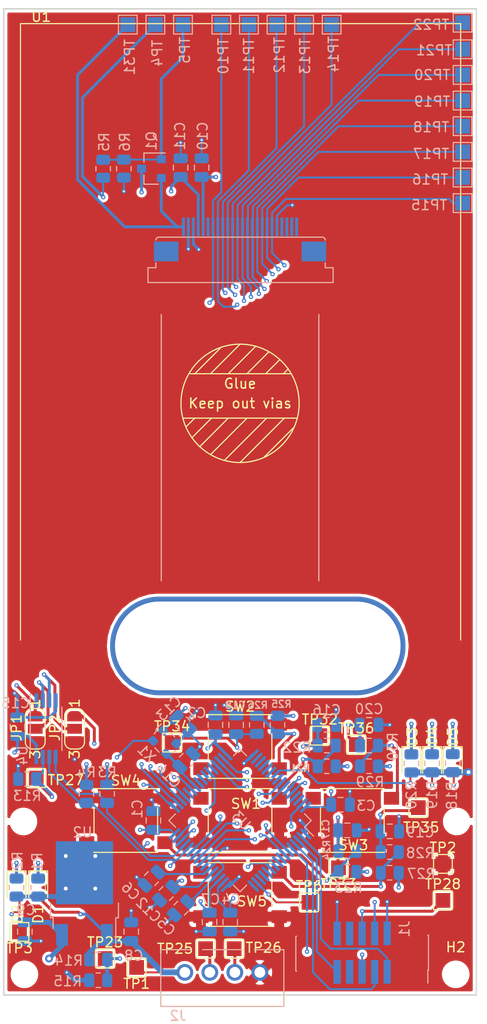
<source format=kicad_pcb>
(kicad_pcb (version 20171130) (host pcbnew "(5.1.12)-1")
  (layers (0 F.Cu signal hide) (1 In1.Cu signal hide) (2 In2.Cu signal hide) (31 B.Cu signal) (34 B.Paste user) (35 F.Paste user) (36 B.SilkS user) (37 F.SilkS user) (38 B.Mask user) (39 F.Mask user) (44 Edge.Cuts user))
  (net 0 "")
  (net 1 GND)
  (net 2 +3V3)
  (net 3 +1V8)
  (net 4 +12V)
  (net 5 /LED_12V)
  (net 6 /LED_3.3V)
  (net 7 RESET_N)
  (net 8 TDI)
  (net 9 TDO)
  (net 10 TCK)
  (net 11 TMS)
  (net 12 "Net-(J1-Pad7)")
  (net 13 /LCD_LED+)
  (net 14 /LCD_GDR)
  (net 15 LCD_PWM)
  (net 16 /EEPROM_WP)
  (net 17 LCD_CS)
  (net 18 LCD_RESET)
  (net 19 LCD_RS)
  (net 20 LCD_WR)
  (net 21 LCD_RD)
  (net 22 D0)
  (net 23 D1)
  (net 24 D2)
  (net 25 D3)
  (net 26 D4)
  (net 27 D5)
  (net 28 D6)
  (net 29 D7)
  (net 30 LED+_3)
  (net 31 LED+_2)
  (net 32 LED+_1)
  (net 33 /ADDR_2)
  (net 34 /ADDR_1)
  (net 35 "Net-(U4-Pad1)")
  (net 36 "/Controller Board Buttons/SW1+")
  (net 37 "/Controller Board Buttons/SW4+")
  (net 38 "/Controller Board Buttons/SW2+")
  (net 39 "/Controller Board Buttons/SW5+")
  (net 40 "/Controller Board Buttons/SW3+")
  (net 41 "Net-(J1-Pad8)")
  (net 42 /SDA)
  (net 43 /SCL)
  (net 44 /BT_1)
  (net 45 /BT_4)
  (net 46 /BT_2)
  (net 47 /BT_5)
  (net 48 /BT_3)
  (net 49 /AIN_12V)
  (net 50 /GLCK2)
  (net 51 "Net-(U3-Pad62)")
  (net 52 "Net-(U3-Pad61)")
  (net 53 "Net-(U3-Pad56)")
  (net 54 "Net-(U3-Pad54)")
  (net 55 "Net-(U3-Pad53)")
  (net 56 "Net-(U3-Pad52)")
  (net 57 "Net-(U3-Pad51)")
  (net 58 "Net-(U3-Pad50)")
  (net 59 "Net-(U3-Pad44)")
  (net 60 "Net-(U3-Pad42)")
  (net 61 "Net-(U3-Pad41)")
  (net 62 "Net-(U3-Pad40)")
  (net 63 XIN)
  (net 64 "Net-(U3-Pad37)")
  (net 65 "Net-(U3-Pad16)")
  (net 66 "Net-(U3-Pad14)")
  (net 67 "Net-(U3-Pad13)")
  (net 68 "Net-(U3-Pad10)")
  (net 69 "Net-(U3-Pad9)")
  (net 70 "Net-(U3-Pad8)")
  (net 71 /LED1-)
  (net 72 /LED2-)
  (net 73 /LED3-)
  (net 74 "Net-(U1-Pad24)")
  (net 75 "Net-(U1-Pad23)")
  (net 76 "Net-(U1-Pad22)")
  (net 77 "Net-(U1-Pad21)")
  (net 78 "Net-(U1-Pad6)")
  (net 79 "Net-(U3-Pad12)")
  (module Button_Switch_SMD:SW_Push_1P1T_NO_6x6mm_H9.5mm (layer F.Cu) (at 240 118.7 180)
    (fp_text reference SW1 (at -0.6 1.7 180) (layer F.SilkS))
    (fp_text value SW_Push)
    (pad 2 smd rect (at 3.975 2.25 180) (size 1.55 1.3) (layers F.Cu F.Paste F.Mask) (net 36 "/Controller Board Buttons/SW1+"))
    (pad 1 smd rect (at 3.975 -2.25 180) (size 1.55 1.3) (layers F.Cu F.Paste F.Mask) (net 1 GND))
    (pad 1 smd rect (at -3.975 -2.25 180) (size 1.55 1.3) (layers F.Cu F.Paste F.Mask) (net 1 GND))
    (pad 2 smd rect (at -3.975 2.25 180) (size 1.55 1.3) (layers F.Cu F.Paste F.Mask) (net 36 "/Controller Board Buttons/SW1+"))
  )
  (module Controller_Borad:RY24049B0-00 (layer F.Cu) (at 240 59.4)
    (fp_text reference U1 (at -20.2 -22.2) (layer F.SilkS))
    (fp_text value RY24049B0-00)
    (fp_text user "Keep out vias" (at 0 17) (layer F.SilkS))
    (fp_text user Glue (at 0 15) (layer F.SilkS))
    (pad NC thru_hole oval (at 1.8 41.6) (size 30 10) (drill oval 29 9) (layers *.Cu *.Mask))
    (pad NC smd rect (at -7.5 1.6 180) (size 2.5 2) (layers B.Cu B.Paste B.Mask))
    (pad NC smd rect (at 7.5 1.6 180) (size 2.5 2) (layers B.Cu B.Paste B.Mask))
    (pad 24 smd rect (at 5.75 -0.9) (size 0.3 1.9) (layers B.Cu B.Paste B.Mask) (net 74 "Net-(U1-Pad24)"))
    (pad 23 smd rect (at 5.25 -0.9) (size 0.3 1.9) (layers B.Cu B.Paste B.Mask) (net 75 "Net-(U1-Pad23)"))
    (pad 22 smd rect (at 4.75 -0.9) (size 0.3 1.9) (layers B.Cu B.Paste B.Mask) (net 76 "Net-(U1-Pad22)"))
    (pad 21 smd rect (at 4.25 -0.9) (size 0.3 1.9) (layers B.Cu B.Paste B.Mask) (net 77 "Net-(U1-Pad21)"))
    (pad 20 smd rect (at 3.75 -0.9) (size 0.3 1.9) (layers B.Cu B.Paste B.Mask) (net 1 GND))
    (pad 19 smd rect (at 3.25 -0.9) (size 0.3 1.9) (layers B.Cu B.Paste B.Mask) (net 22 D0))
    (pad 18 smd rect (at 2.75 -0.9) (size 0.3 1.9) (layers B.Cu B.Paste B.Mask) (net 23 D1))
    (pad 17 smd rect (at 2.25 -0.9) (size 0.3 1.9) (layers B.Cu B.Paste B.Mask) (net 24 D2))
    (pad 16 smd rect (at 1.75 -0.9) (size 0.3 1.9) (layers B.Cu B.Paste B.Mask) (net 25 D3))
    (pad 15 smd rect (at 1.25 -0.9) (size 0.3 1.9) (layers B.Cu B.Paste B.Mask) (net 26 D4))
    (pad 14 smd rect (at 0.75 -0.9) (size 0.3 1.9) (layers B.Cu B.Paste B.Mask) (net 27 D5))
    (pad 13 smd rect (at 0.25 -0.9) (size 0.3 1.9) (layers B.Cu B.Paste B.Mask) (net 28 D6))
    (pad 12 smd rect (at -0.25 -0.9) (size 0.3 1.9) (layers B.Cu B.Paste B.Mask) (net 29 D7))
    (pad 11 smd rect (at -0.75 -0.9) (size 0.3 1.9) (layers B.Cu B.Paste B.Mask) (net 21 LCD_RD))
    (pad 10 smd rect (at -1.25 -0.9) (size 0.3 1.9) (layers B.Cu B.Paste B.Mask) (net 20 LCD_WR))
    (pad 9 smd rect (at -1.75 -0.9) (size 0.3 1.9) (layers B.Cu B.Paste B.Mask) (net 19 LCD_RS))
    (pad 8 smd rect (at -2.25 -0.9) (size 0.3 1.9) (layers B.Cu B.Paste B.Mask) (net 18 LCD_RESET))
    (pad 7 smd rect (at -2.75 -0.9) (size 0.3 1.9) (layers B.Cu B.Paste B.Mask) (net 17 LCD_CS))
    (pad 6 smd rect (at -3.25 -0.9) (size 0.3 1.9) (layers B.Cu B.Paste B.Mask) (net 78 "Net-(U1-Pad6)"))
    (pad 5 smd rect (at -3.75 -0.9) (size 0.3 1.9) (layers B.Cu B.Paste B.Mask) (net 2 +3V3))
    (pad 4 smd rect (at -4.25 -0.9) (size 0.3 1.9) (layers B.Cu B.Paste B.Mask) (net 2 +3V3))
    (pad 3 smd rect (at -4.75 -0.9) (size 0.3 1.9) (layers B.Cu B.Paste B.Mask) (net 1 GND))
    (pad 2 smd rect (at -5.25 -0.9) (size 0.3 1.9) (layers B.Cu B.Paste B.Mask) (net 1 GND))
    (pad 1 smd rect (at -5.75 -0.9) (size 0.3 1.9) (layers B.Cu B.Paste B.Mask) (net 13 /LCD_LED+))
  )
  (module Controller_Borad:MountingHole_2.2mm_M2 (layer F.Cu) (at 218.1 134.3)
    (fp_text reference H4 hide)
    (fp_text value MountingHole)
    (pad 1 np_thru_hole circle (at 0 0) (size 2.2 2.2) (drill 2.2) (layers *.Cu *.Mask))
  )
  (module Controller_Borad:MountingHole_2.2mm_M2 (layer F.Cu) (at 218 118.8)
    (fp_text reference H3 hide)
    (fp_text value MountingHole)
    (pad 1 np_thru_hole circle (at 0 0) (size 2.2 2.2) (drill 2.2) (layers *.Cu *.Mask))
  )
  (module Controller_Borad:MountingHole_2.2mm_M2 (layer F.Cu) (at 261.9 134.3)
    (fp_text reference H2 (at 0 -2.75) (layer F.SilkS))
    (fp_text value MountingHole)
    (pad 1 np_thru_hole circle (at 0 0) (size 2.2 2.2) (drill 2.2) (layers *.Cu *.Mask))
  )
  (module Controller_Borad:MountingHole_2.2mm_M2 (layer F.Cu) (at 262 118.8)
    (fp_text reference H1 hide)
    (fp_text value MountingHole)
    (pad 1 np_thru_hole circle (at 0 0) (size 2.2 2.2) (drill 2.2) (layers *.Cu *.Mask))
  )
  (module Button_Switch_SMD:SW_Push_1P1T_NO_6x6mm_H9.5mm (layer F.Cu) (at 240 126.2 180)
    (fp_text reference SW5 (at -1.2 -0.7) (layer F.SilkS))
    (fp_text value SW_Push)
    (pad 2 smd rect (at 3.975 2.25 180) (size 1.55 1.3) (layers F.Cu F.Paste F.Mask) (net 39 "/Controller Board Buttons/SW5+"))
    (pad 1 smd rect (at 3.975 -2.25 180) (size 1.55 1.3) (layers F.Cu F.Paste F.Mask) (net 1 GND))
    (pad 1 smd rect (at -3.975 -2.25 180) (size 1.55 1.3) (layers F.Cu F.Paste F.Mask) (net 1 GND))
    (pad 2 smd rect (at -3.975 2.25 180) (size 1.55 1.3) (layers F.Cu F.Paste F.Mask) (net 39 "/Controller Board Buttons/SW5+"))
  )
  (module Button_Switch_SMD:SW_Push_1P1T_NO_6x6mm_H9.5mm (layer F.Cu) (at 228.4 118.7)
    (fp_text reference SW4 (at 0 -4.05) (layer F.SilkS))
    (fp_text value SW_Push)
    (pad 2 smd rect (at 3.975 2.25) (size 1.55 1.3) (layers F.Cu F.Paste F.Mask) (net 37 "/Controller Board Buttons/SW4+"))
    (pad 1 smd rect (at 3.975 -2.25) (size 1.55 1.3) (layers F.Cu F.Paste F.Mask) (net 1 GND))
    (pad 1 smd rect (at -3.975 -2.25) (size 1.55 1.3) (layers F.Cu F.Paste F.Mask) (net 1 GND))
    (pad 2 smd rect (at -3.975 2.25) (size 1.55 1.3) (layers F.Cu F.Paste F.Mask) (net 37 "/Controller Board Buttons/SW4+"))
  )
  (module Button_Switch_SMD:SW_Push_1P1T_NO_6x6mm_H9.5mm (layer F.Cu) (at 251.4 118.7 180)
    (fp_text reference SW3 (at -0.1 -2.5) (layer F.SilkS))
    (fp_text value SW_Push)
    (pad 2 smd rect (at 3.975 2.25 180) (size 1.55 1.3) (layers F.Cu F.Paste F.Mask) (net 40 "/Controller Board Buttons/SW3+"))
    (pad 1 smd rect (at 3.975 -2.25 180) (size 1.55 1.3) (layers F.Cu F.Paste F.Mask) (net 1 GND))
    (pad 1 smd rect (at -3.975 -2.25 180) (size 1.55 1.3) (layers F.Cu F.Paste F.Mask) (net 1 GND))
    (pad 2 smd rect (at -3.975 2.25 180) (size 1.55 1.3) (layers F.Cu F.Paste F.Mask) (net 40 "/Controller Board Buttons/SW3+"))
  )
  (module Button_Switch_SMD:SW_Push_1P1T_NO_6x6mm_H9.5mm (layer F.Cu) (at 240 111.2)
    (fp_text reference SW2 (at 0 -4.05) (layer F.SilkS))
    (fp_text value SW_Push)
    (pad 2 smd rect (at 3.975 2.25) (size 1.55 1.3) (layers F.Cu F.Paste F.Mask) (net 38 "/Controller Board Buttons/SW2+"))
    (pad 1 smd rect (at 3.975 -2.25) (size 1.55 1.3) (layers F.Cu F.Paste F.Mask) (net 1 GND))
    (pad 1 smd rect (at -3.975 -2.25) (size 1.55 1.3) (layers F.Cu F.Paste F.Mask) (net 1 GND))
    (pad 2 smd rect (at -3.975 2.25) (size 1.55 1.3) (layers F.Cu F.Paste F.Mask) (net 38 "/Controller Board Buttons/SW2+"))
  )
  (module Capacitor_SMD:C_0805_2012Metric (layer B.Cu) (at 234.55 112.6 45)
    (fp_text reference C14 (at -2.4 -0.2 315) (layer B.SilkS) (effects (justify mirror)))
    (fp_text value 10p)
    (pad 2 smd roundrect (at 0.95 0 45) (size 1 1.45) (layers B.Cu B.Paste B.Mask) (net 1 GND))
    (pad 1 smd roundrect (at -0.95 0 45) (size 1 1.45) (layers B.Cu B.Paste B.Mask) (net 63 XIN))
  )
  (module Capacitor_SMD:C_0805_2012Metric (layer B.Cu) (at 234.2 108.9 315)
    (fp_text reference C13 (at -2.1 -0.1 225) (layer B.SilkS) (effects (justify mirror)))
    (fp_text value .1u)
    (pad 2 smd roundrect (at 0.95 0 315) (size 1 1.45) (layers B.Cu B.Paste B.Mask) (net 1 GND))
    (pad 1 smd roundrect (at -0.95 0 315) (size 1 1.45) (layers B.Cu B.Paste B.Mask) (net 2 +3V3))
  )
  (module Oscillator:Oscillator_SMD_ECS_2520MV-xxx-xx-4Pin_2.5x2.0mm (layer B.Cu) (at 232.341421 110.766726 225)
    (fp_text reference X1 (at 2.103427 0.500736 315) (layer B.SilkS) (effects (justify mirror)))
    (fp_text value ECS-2520MV-480)
    (pad 3 smd roundrect (at 0.725 -0.925 225) (size 0.8 0.9) (layers B.Cu B.Paste B.Mask) (net 63 XIN))
    (pad 2 smd roundrect (at -0.725 -0.925 225) (size 0.8 0.9) (layers B.Cu B.Paste B.Mask) (net 1 GND))
    (pad 4 smd roundrect (at 0.725 0.925 225) (size 0.8 0.9) (layers B.Cu B.Paste B.Mask) (net 2 +3V3))
    (pad 1 smd roundrect (at -0.725 0.925 225) (size 0.8 0.9) (layers B.Cu B.Paste B.Mask) (net 2 +3V3))
  )
  (module Package_SO:TSSOP-8_4.4x3mm_P0.65mm (layer B.Cu) (at 220.3 109.4 270)
    (fp_text reference U4 (at 2.7 2.4 90) (layer B.SilkS) (effects (justify mirror)))
    (fp_text value AT24C04D)
    (pad 8 smd roundrect (at 2.8625 0.975 270) (size 1.475 0.4) (layers B.Cu B.Paste B.Mask) (net 2 +3V3))
    (pad 7 smd roundrect (at 2.8625 0.325 270) (size 1.475 0.4) (layers B.Cu B.Paste B.Mask) (net 16 /EEPROM_WP))
    (pad 6 smd roundrect (at 2.8625 -0.325 270) (size 1.475 0.4) (layers B.Cu B.Paste B.Mask) (net 43 /SCL))
    (pad 5 smd roundrect (at 2.8625 -0.975 270) (size 1.475 0.4) (layers B.Cu B.Paste B.Mask) (net 42 /SDA))
    (pad 4 smd roundrect (at -2.8625 -0.975 270) (size 1.475 0.4) (layers B.Cu B.Paste B.Mask) (net 1 GND))
    (pad 3 smd roundrect (at -2.8625 -0.325 270) (size 1.475 0.4) (layers B.Cu B.Paste B.Mask) (net 33 /ADDR_2))
    (pad 2 smd roundrect (at -2.8625 0.325 270) (size 1.475 0.4) (layers B.Cu B.Paste B.Mask) (net 34 /ADDR_1))
    (pad 1 smd roundrect (at -2.8625 0.975 270) (size 1.475 0.4) (layers B.Cu B.Paste B.Mask) (net 35 "Net-(U4-Pad1)"))
  )
  (module Package_QFP:TQFP-64_10x10mm_P0.5mm (layer B.Cu) (at 240 118.7 135)
    (fp_text reference U3 (at -0.070711 0.070711 135) (layer B.SilkS) (effects (justify mirror)))
    (fp_text value ATUC128D3)
    (pad 64 smd roundrect (at -3.75 5.6625 135) (size 0.3 1.475) (layers B.Cu B.Paste B.Mask) (net 2 +3V3))
    (pad 63 smd roundrect (at -3.25 5.6625 135) (size 0.3 1.475) (layers B.Cu B.Paste B.Mask) (net 7 RESET_N))
    (pad 62 smd roundrect (at -2.75 5.6625 135) (size 0.3 1.475) (layers B.Cu B.Paste B.Mask) (net 51 "Net-(U3-Pad62)"))
    (pad 61 smd roundrect (at -2.25 5.6625 135) (size 0.3 1.475) (layers B.Cu B.Paste B.Mask) (net 52 "Net-(U3-Pad61)"))
    (pad 60 smd roundrect (at -1.75 5.6625 135) (size 0.3 1.475) (layers B.Cu B.Paste B.Mask) (net 47 /BT_5))
    (pad 59 smd roundrect (at -1.25 5.6625 135) (size 0.3 1.475) (layers B.Cu B.Paste B.Mask) (net 45 /BT_4))
    (pad 58 smd roundrect (at -0.75 5.6625 135) (size 0.3 1.475) (layers B.Cu B.Paste B.Mask) (net 30 LED+_3))
    (pad 57 smd roundrect (at -0.25 5.6625 135) (size 0.3 1.475) (layers B.Cu B.Paste B.Mask) (net 31 LED+_2))
    (pad 56 smd roundrect (at 0.25 5.6625 135) (size 0.3 1.475) (layers B.Cu B.Paste B.Mask) (net 53 "Net-(U3-Pad56)"))
    (pad 55 smd roundrect (at 0.75 5.6625 135) (size 0.3 1.475) (layers B.Cu B.Paste B.Mask) (net 32 LED+_1))
    (pad 54 smd roundrect (at 1.25 5.6625 135) (size 0.3 1.475) (layers B.Cu B.Paste B.Mask) (net 54 "Net-(U3-Pad54)"))
    (pad 53 smd roundrect (at 1.75 5.6625 135) (size 0.3 1.475) (layers B.Cu B.Paste B.Mask) (net 55 "Net-(U3-Pad53)"))
    (pad 52 smd roundrect (at 2.25 5.6625 135) (size 0.3 1.475) (layers B.Cu B.Paste B.Mask) (net 56 "Net-(U3-Pad52)"))
    (pad 51 smd roundrect (at 2.75 5.6625 135) (size 0.3 1.475) (layers B.Cu B.Paste B.Mask) (net 57 "Net-(U3-Pad51)"))
    (pad 50 smd roundrect (at 3.25 5.6625 135) (size 0.3 1.475) (layers B.Cu B.Paste B.Mask) (net 58 "Net-(U3-Pad50)"))
    (pad 49 smd roundrect (at 3.75 5.6625 135) (size 0.3 1.475) (layers B.Cu B.Paste B.Mask) (net 1 GND))
    (pad 48 smd roundrect (at 5.6625 3.75 135) (size 1.475 0.3) (layers B.Cu B.Paste B.Mask) (net 2 +3V3))
    (pad 47 smd roundrect (at 5.6625 3.25 135) (size 1.475 0.3) (layers B.Cu B.Paste B.Mask) (net 48 /BT_3))
    (pad 46 smd roundrect (at 5.6625 2.75 135) (size 1.475 0.3) (layers B.Cu B.Paste B.Mask) (net 46 /BT_2))
    (pad 45 smd roundrect (at 5.6625 2.25 135) (size 1.475 0.3) (layers B.Cu B.Paste B.Mask) (net 44 /BT_1))
    (pad 44 smd roundrect (at 5.6625 1.75 135) (size 1.475 0.3) (layers B.Cu B.Paste B.Mask) (net 59 "Net-(U3-Pad44)"))
    (pad 43 smd roundrect (at 5.6625 1.25 135) (size 1.475 0.3) (layers B.Cu B.Paste B.Mask) (net 29 D7))
    (pad 42 smd roundrect (at 5.6625 0.75 135) (size 1.475 0.3) (layers B.Cu B.Paste B.Mask) (net 60 "Net-(U3-Pad42)"))
    (pad 41 smd roundrect (at 5.6625 0.25 135) (size 1.475 0.3) (layers B.Cu B.Paste B.Mask) (net 61 "Net-(U3-Pad41)"))
    (pad 40 smd roundrect (at 5.6625 -0.25 135) (size 1.475 0.3) (layers B.Cu B.Paste B.Mask) (net 62 "Net-(U3-Pad40)"))
    (pad 39 smd roundrect (at 5.6625 -0.75 135) (size 1.475 0.3) (layers B.Cu B.Paste B.Mask) (net 63 XIN))
    (pad 38 smd roundrect (at 5.6625 -1.25 135) (size 1.475 0.3) (layers B.Cu B.Paste B.Mask) (net 28 D6))
    (pad 37 smd roundrect (at 5.6625 -1.75 135) (size 1.475 0.3) (layers B.Cu B.Paste B.Mask) (net 64 "Net-(U3-Pad37)"))
    (pad 36 smd roundrect (at 5.6625 -2.25 135) (size 1.475 0.3) (layers B.Cu B.Paste B.Mask) (net 18 LCD_RESET))
    (pad 35 smd roundrect (at 5.6625 -2.75 135) (size 1.475 0.3) (layers B.Cu B.Paste B.Mask) (net 20 LCD_WR))
    (pad 34 smd roundrect (at 5.6625 -3.25 135) (size 1.475 0.3) (layers B.Cu B.Paste B.Mask) (net 19 LCD_RS))
    (pad 33 smd roundrect (at 5.6625 -3.75 135) (size 1.475 0.3) (layers B.Cu B.Paste B.Mask) (net 21 LCD_RD))
    (pad 32 smd roundrect (at 3.75 -5.6625 135) (size 0.3 1.475) (layers B.Cu B.Paste B.Mask) (net 2 +3V3))
    (pad 31 smd roundrect (at 3.25 -5.6625 135) (size 0.3 1.475) (layers B.Cu B.Paste B.Mask) (net 17 LCD_CS))
    (pad 30 smd roundrect (at 2.75 -5.6625 135) (size 0.3 1.475) (layers B.Cu B.Paste B.Mask) (net 15 LCD_PWM))
    (pad 29 smd roundrect (at 2.25 -5.6625 135) (size 0.3 1.475) (layers B.Cu B.Paste B.Mask) (net 42 /SDA))
    (pad 28 smd roundrect (at 1.75 -5.6625 135) (size 0.3 1.475) (layers B.Cu B.Paste B.Mask) (net 43 /SCL))
    (pad 27 smd roundrect (at 1.25 -5.6625 135) (size 0.3 1.475) (layers B.Cu B.Paste B.Mask) (net 27 D5))
    (pad 26 smd roundrect (at 0.75 -5.6625 135) (size 0.3 1.475) (layers B.Cu B.Paste B.Mask) (net 26 D4))
    (pad 25 smd roundrect (at 0.25 -5.6625 135) (size 0.3 1.475) (layers B.Cu B.Paste B.Mask) (net 25 D3))
    (pad 24 smd roundrect (at -0.25 -5.6625 135) (size 0.3 1.475) (layers B.Cu B.Paste B.Mask) (net 24 D2))
    (pad 23 smd roundrect (at -0.75 -5.6625 135) (size 0.3 1.475) (layers B.Cu B.Paste B.Mask) (net 1 GND))
    (pad 22 smd roundrect (at -1.25 -5.6625 135) (size 0.3 1.475) (layers B.Cu B.Paste B.Mask) (net 3 +1V8))
    (pad 21 smd roundrect (at -1.75 -5.6625 135) (size 0.3 1.475) (layers B.Cu B.Paste B.Mask) (net 2 +3V3))
    (pad 20 smd roundrect (at -2.25 -5.6625 135) (size 0.3 1.475) (layers B.Cu B.Paste B.Mask) (net 3 +1V8))
    (pad 19 smd roundrect (at -2.75 -5.6625 135) (size 0.3 1.475) (layers B.Cu B.Paste B.Mask) (net 2 +3V3))
    (pad 18 smd roundrect (at -3.25 -5.6625 135) (size 0.3 1.475) (layers B.Cu B.Paste B.Mask) (net 2 +3V3))
    (pad 17 smd roundrect (at -3.75 -5.6625 135) (size 0.3 1.475) (layers B.Cu B.Paste B.Mask) (net 1 GND))
    (pad 16 smd roundrect (at -5.6625 -3.75 135) (size 1.475 0.3) (layers B.Cu B.Paste B.Mask) (net 65 "Net-(U3-Pad16)"))
    (pad 15 smd roundrect (at -5.6625 -3.25 135) (size 1.475 0.3) (layers B.Cu B.Paste B.Mask) (net 50 /GLCK2))
    (pad 14 smd roundrect (at -5.6625 -2.75 135) (size 1.475 0.3) (layers B.Cu B.Paste B.Mask) (net 66 "Net-(U3-Pad14)"))
    (pad 13 smd roundrect (at -5.6625 -2.25 135) (size 1.475 0.3) (layers B.Cu B.Paste B.Mask) (net 67 "Net-(U3-Pad13)"))
    (pad 12 smd roundrect (at -5.6625 -1.75 135) (size 1.475 0.3) (layers B.Cu B.Paste B.Mask) (net 79 "Net-(U3-Pad12)"))
    (pad 11 smd roundrect (at -5.6625 -1.25 135) (size 1.475 0.3) (layers B.Cu B.Paste B.Mask) (net 49 /AIN_12V))
    (pad 10 smd roundrect (at -5.6625 -0.75 135) (size 1.475 0.3) (layers B.Cu B.Paste B.Mask) (net 68 "Net-(U3-Pad10)"))
    (pad 9 smd roundrect (at -5.6625 -0.25 135) (size 1.475 0.3) (layers B.Cu B.Paste B.Mask) (net 69 "Net-(U3-Pad9)"))
    (pad 8 smd roundrect (at -5.6625 0.25 135) (size 1.475 0.3) (layers B.Cu B.Paste B.Mask) (net 70 "Net-(U3-Pad8)"))
    (pad 7 smd roundrect (at -5.6625 0.75 135) (size 1.475 0.3) (layers B.Cu B.Paste B.Mask) (net 23 D1))
    (pad 6 smd roundrect (at -5.6625 1.25 135) (size 1.475 0.3) (layers B.Cu B.Paste B.Mask) (net 22 D0))
    (pad 5 smd roundrect (at -5.6625 1.75 135) (size 1.475 0.3) (layers B.Cu B.Paste B.Mask) (net 11 TMS))
    (pad 4 smd roundrect (at -5.6625 2.25 135) (size 1.475 0.3) (layers B.Cu B.Paste B.Mask) (net 9 TDO))
    (pad 3 smd roundrect (at -5.6625 2.75 135) (size 1.475 0.3) (layers B.Cu B.Paste B.Mask) (net 8 TDI))
    (pad 2 smd roundrect (at -5.6625 3.25 135) (size 1.475 0.3) (layers B.Cu B.Paste B.Mask) (net 10 TCK))
    (pad 1 smd roundrect (at -5.6625 3.75 135) (size 1.475 0.3) (layers B.Cu B.Paste B.Mask) (net 1 GND))
  )
  (module TestPoint:TestPoint_Pad_1.5x1.5mm (layer F.Cu) (at 251.8 111)
    (fp_text reference TP36 (at 0 -1.648) (layer F.SilkS))
    (fp_text value BT_3)
    (pad 1 smd rect (at 0 0) (size 1.5 1.5) (layers F.Cu F.Mask) (net 48 /BT_3))
  )
  (module TestPoint:TestPoint_Pad_1.5x1.5mm (layer F.Cu) (at 258.1 117.4)
    (fp_text reference TP35 (at 0.3 2) (layer F.SilkS))
    (fp_text value BT_5)
    (pad 1 smd rect (at 0 0) (size 1.5 1.5) (layers F.Cu F.Mask) (net 47 /BT_5))
  )
  (module TestPoint:TestPoint_Pad_1.5x1.5mm (layer F.Cu) (at 233.1 110.8)
    (fp_text reference TP34 (at 0 -1.648) (layer F.SilkS))
    (fp_text value BT_2)
    (pad 1 smd rect (at 0 0) (size 1.5 1.5) (layers F.Cu F.Mask) (net 46 /BT_2))
  )
  (module TestPoint:TestPoint_Pad_1.5x1.5mm (layer F.Cu) (at 250 123.5 180)
    (fp_text reference TP33 (at 0 -1.648) (layer F.SilkS))
    (fp_text value BT_4)
    (pad 1 smd rect (at 0 0 180) (size 1.5 1.5) (layers F.Cu F.Mask) (net 45 /BT_4))
  )
  (module TestPoint:TestPoint_Pad_1.5x1.5mm (layer F.Cu) (at 248.1 110.1)
    (fp_text reference TP32 (at 0 -1.648) (layer F.SilkS))
    (fp_text value BT_1)
    (pad 1 smd rect (at 0 0) (size 1.5 1.5) (layers F.Cu F.Mask) (net 44 /BT_1))
  )
  (module Jumper:SolderJumper-3_P1.3mm_Open_RoundedPad1.0x1.5mm_NumberLabels (layer F.Cu) (at 223.2 109.4 270)
    (fp_text reference JP2 (at -0.1 2 270) (layer F.SilkS))
    (fp_text value A1)
    (fp_text user 1 (at -2.6 0 270) (layer F.SilkS))
    (fp_text user 3 (at 2.6 0 270) (layer F.SilkS))
    (pad 2 smd rect (at 0 0 270) (size 1 1.5) (layers F.Cu F.Mask) (net 33 /ADDR_2))
    (pad 3 smd custom (at 1.3 0 270) (size 1 0.5) (layers F.Cu F.Mask) (net 1 GND) (options (clearance outline) (anchor rect)) (primitives (gr_circle (center 0 0.25) (end 0.5 0.25) (width 0)) (gr_circle (center 0 -0.25) (end 0.5 -0.25) (width 0)) (gr_poly (pts (xy -0.55 -0.75) (xy 0 -0.75) (xy 0 0.75) (xy -0.55 0.75)) (width 0))))
    (pad 1 smd custom (at -1.3 0 270) (size 1 0.5) (layers F.Cu F.Mask) (net 2 +3V3) (options (clearance outline) (anchor rect)) (primitives (gr_circle (center 0 0.25) (end 0.5 0.25) (width 0)) (gr_circle (center 0 -0.25) (end 0.5 -0.25) (width 0)) (gr_poly (pts (xy 0.55 -0.75) (xy 0 -0.75) (xy 0 0.75) (xy 0.55 0.75)) (width 0))))
  )
  (module Jumper:SolderJumper-3_P1.3mm_Open_RoundedPad1.0x1.5mm_NumberLabels (layer F.Cu) (at 219.2 109.4 270)
    (fp_text reference JP1 (at -0.1 1.9 270) (layer F.SilkS))
    (fp_text value A1)
    (fp_text user 1 (at -2.6 0 270) (layer F.SilkS))
    (fp_text user 3 (at 2.6 0 270) (layer F.SilkS))
    (pad 2 smd rect (at 0 0 270) (size 1 1.5) (layers F.Cu F.Mask) (net 34 /ADDR_1))
    (pad 3 smd custom (at 1.3 0 270) (size 1 0.5) (layers F.Cu F.Mask) (net 1 GND) (options (clearance outline) (anchor rect)) (primitives (gr_circle (center 0 0.25) (end 0.5 0.25) (width 0)) (gr_circle (center 0 -0.25) (end 0.5 -0.25) (width 0)) (gr_poly (pts (xy -0.55 -0.75) (xy 0 -0.75) (xy 0 0.75) (xy -0.55 0.75)) (width 0))))
    (pad 1 smd custom (at -1.3 0 270) (size 1 0.5) (layers F.Cu F.Mask) (net 2 +3V3) (options (clearance outline) (anchor rect)) (primitives (gr_circle (center 0 0.25) (end 0.5 0.25) (width 0)) (gr_circle (center 0 -0.25) (end 0.5 -0.25) (width 0)) (gr_poly (pts (xy 0.55 -0.75) (xy 0 -0.75) (xy 0 0.75) (xy 0.55 0.75)) (width 0))))
  )
  (module LED_SMD:LED_0805_2012Metric (layer F.Cu) (at 261.6 112.9 270)
    (fp_text reference D5 (at -2.7 0 90) (layer F.SilkS))
    (fp_text value LED3)
    (pad 2 smd roundrect (at 0.9375 0 270) (size 0.975 1.4) (layers F.Cu F.Paste F.Mask) (net 30 LED+_3))
    (pad 1 smd roundrect (at -0.9375 0 270) (size 0.975 1.4) (layers F.Cu F.Paste F.Mask) (net 73 /LED3-))
  )
  (module LED_SMD:LED_0805_2012Metric (layer F.Cu) (at 259.5 112.9 270)
    (fp_text reference D4 (at -2.8 0 90) (layer F.SilkS))
    (fp_text value LED2)
    (pad 2 smd roundrect (at 0.9375 0 270) (size 0.975 1.4) (layers F.Cu F.Paste F.Mask) (net 31 LED+_2))
    (pad 1 smd roundrect (at -0.9375 0 270) (size 0.975 1.4) (layers F.Cu F.Paste F.Mask) (net 72 /LED2-))
  )
  (module LED_SMD:LED_0805_2012Metric (layer F.Cu) (at 257.4 112.9 270)
    (fp_text reference D3 (at -2.7 -0.1 90) (layer F.SilkS))
    (fp_text value LED1)
    (pad 2 smd roundrect (at 0.9375 0 270) (size 0.975 1.4) (layers F.Cu F.Paste F.Mask) (net 32 LED+_1))
    (pad 1 smd roundrect (at -0.9375 0 270) (size 0.975 1.4) (layers F.Cu F.Paste F.Mask) (net 71 /LED1-))
  )
  (module TestPoint:TestPoint_Pad_1.5x1.5mm (layer B.Cu) (at 228.6 38)
    (fp_text reference TP31 (at 0.2 3.3 270) (layer B.SilkS) (effects (justify mirror)))
    (fp_text value LCD_LED+)
    (pad 1 smd rect (at 0 0) (size 1.5 1.5) (layers B.Cu B.Mask) (net 13 /LCD_LED+))
  )
  (module TestPoint:TestPoint_Pad_1.5x1.5mm (layer F.Cu) (at 260.6 126.8)
    (fp_text reference TP28 (at 0 -1.648) (layer F.SilkS))
    (fp_text value RESET_N)
    (pad 1 smd rect (at 0 0) (size 1.5 1.5) (layers F.Cu F.Mask) (net 7 RESET_N))
  )
  (module TestPoint:TestPoint_Pad_1.5x1.5mm (layer F.Cu) (at 219.3 114.4)
    (fp_text reference TP27 (at 3 0.2) (layer F.SilkS))
    (fp_text value EEPROM_WR)
    (pad 1 smd rect (at 0 0) (size 1.5 1.5) (layers F.Cu F.Mask) (net 16 /EEPROM_WP))
  )
  (module TestPoint:TestPoint_Pad_1.5x1.5mm (layer F.Cu) (at 239.4 131.7)
    (fp_text reference TP26 (at 3 -0.1) (layer F.SilkS))
    (fp_text value SCL)
    (pad 1 smd rect (at 0 0) (size 1.5 1.5) (layers F.Cu F.Mask) (net 43 /SCL))
  )
  (module TestPoint:TestPoint_Pad_1.5x1.5mm (layer F.Cu) (at 236.5 131.7)
    (fp_text reference TP25 (at -3.1 0) (layer F.SilkS))
    (fp_text value SDA)
    (pad 1 smd rect (at 0 0) (size 1.5 1.5) (layers F.Cu F.Mask) (net 42 /SDA))
  )
  (module TestPoint:TestPoint_Pad_1.5x1.5mm (layer F.Cu) (at 226.3 132.7)
    (fp_text reference TP23 (at 0 -1.648) (layer F.SilkS))
    (fp_text value AIN_12V)
    (pad 1 smd rect (at 0 0) (size 1.5 1.5) (layers F.Cu F.Mask) (net 49 /AIN_12V))
  )
  (module TestPoint:TestPoint_Pad_1.5x1.5mm (layer B.Cu) (at 262.6 37.8)
    (fp_text reference TP22 (at -3.2 0.2) (layer B.SilkS) (effects (justify mirror)))
    (fp_text value D7)
    (pad 1 smd rect (at 0 0) (size 1.5 1.5) (layers B.Cu B.Mask) (net 29 D7))
  )
  (module TestPoint:TestPoint_Pad_1.5x1.5mm (layer B.Cu) (at 262.6 40.5 90)
    (fp_text reference TP21 (at -0.1 -2.9 180) (layer B.SilkS) (effects (justify mirror)))
    (fp_text value D6)
    (pad 1 smd rect (at 0 0 90) (size 1.5 1.5) (layers B.Cu B.Mask) (net 28 D6))
  )
  (module TestPoint:TestPoint_Pad_1.5x1.5mm (layer B.Cu) (at 262.6 43.1 90)
    (fp_text reference TP20 (at 0 -3.1 180) (layer B.SilkS) (effects (justify mirror)))
    (fp_text value D5)
    (pad 1 smd rect (at 0 0 90) (size 1.5 1.5) (layers B.Cu B.Mask) (net 27 D5))
  )
  (module TestPoint:TestPoint_Pad_1.5x1.5mm (layer B.Cu) (at 262.6 45.7 180)
    (fp_text reference TP19 (at 3.1 -0.1) (layer B.SilkS) (effects (justify mirror)))
    (fp_text value D4)
    (pad 1 smd rect (at 0 0 180) (size 1.5 1.5) (layers B.Cu B.Mask) (net 26 D4))
  )
  (module TestPoint:TestPoint_Pad_1.5x1.5mm (layer B.Cu) (at 262.6 48.3 270)
    (fp_text reference TP18 (at 0.1 3.2 180) (layer B.SilkS) (effects (justify mirror)))
    (fp_text value D3)
    (pad 1 smd rect (at 0 0 270) (size 1.5 1.5) (layers B.Cu B.Mask) (net 25 D3))
  )
  (module TestPoint:TestPoint_Pad_1.5x1.5mm (layer B.Cu) (at 262.6 50.9 270)
    (fp_text reference TP17 (at 0.2 3.2 180) (layer B.SilkS) (effects (justify mirror)))
    (fp_text value D2)
    (pad 1 smd rect (at 0 0 270) (size 1.5 1.5) (layers B.Cu B.Mask) (net 24 D2))
  )
  (module TestPoint:TestPoint_Pad_1.5x1.5mm (layer B.Cu) (at 262.6 53.5 270)
    (fp_text reference TP16 (at 0.2 3.3 180) (layer B.SilkS) (effects (justify mirror)))
    (fp_text value D1)
    (pad 1 smd rect (at 0 0 270) (size 1.5 1.5) (layers B.Cu B.Mask) (net 23 D1))
  )
  (module TestPoint:TestPoint_Pad_1.5x1.5mm (layer B.Cu) (at 262.6 56.1 270)
    (fp_text reference TP15 (at 0.2 3.4 180) (layer B.SilkS) (effects (justify mirror)))
    (fp_text value D0)
    (pad 1 smd rect (at 0 0 270) (size 1.5 1.5) (layers B.Cu B.Mask) (net 22 D0))
  )
  (module TestPoint:TestPoint_Pad_1.5x1.5mm (layer B.Cu) (at 249.3 38)
    (fp_text reference TP14 (at 0.2 3 90) (layer B.SilkS) (effects (justify mirror)))
    (fp_text value LCD_RD)
    (pad 1 smd rect (at 0 0) (size 1.5 1.5) (layers B.Cu B.Mask) (net 21 LCD_RD))
  )
  (module TestPoint:TestPoint_Pad_1.5x1.5mm (layer B.Cu) (at 246.5 38)
    (fp_text reference TP13 (at 0.1 3.2 270) (layer B.SilkS) (effects (justify mirror)))
    (fp_text value LCD_WR)
    (pad 1 smd rect (at 0 0) (size 1.5 1.5) (layers B.Cu B.Mask) (net 20 LCD_WR))
  )
  (module TestPoint:TestPoint_Pad_1.5x1.5mm (layer B.Cu) (at 243.7 38 270)
    (fp_text reference TP12 (at 3.1 -0.3 90) (layer B.SilkS) (effects (justify mirror)))
    (fp_text value LCD_RS)
    (pad 1 smd rect (at 0 0 270) (size 1.5 1.5) (layers B.Cu B.Mask) (net 19 LCD_RS))
  )
  (module TestPoint:TestPoint_Pad_1.5x1.5mm (layer B.Cu) (at 240.9 38 270)
    (fp_text reference TP11 (at 3.2 0 90) (layer B.SilkS) (effects (justify mirror)))
    (fp_text value LCD_RESET)
    (pad 1 smd rect (at 0 0 270) (size 1.5 1.5) (layers B.Cu B.Mask) (net 18 LCD_RESET))
  )
  (module TestPoint:TestPoint_Pad_1.5x1.5mm (layer B.Cu) (at 238.1 38 180)
    (fp_text reference TP10 (at -0.2 -3.2 90) (layer B.SilkS) (effects (justify mirror)))
    (fp_text value LCD_CS)
    (pad 1 smd rect (at 0 0 180) (size 1.5 1.5) (layers B.Cu B.Mask) (net 17 LCD_CS))
  )
  (module TestPoint:TestPoint_Pad_1.5x1.5mm (layer F.Cu) (at 247 127)
    (fp_text reference TP6 (at 0 -1.648) (layer F.SilkS))
    (fp_text value GCLK2)
    (pad 1 smd rect (at 0 0) (size 1.5 1.5) (layers F.Cu F.Mask) (net 50 /GLCK2))
  )
  (module TestPoint:TestPoint_Pad_1.5x1.5mm (layer B.Cu) (at 234.2 38 180)
    (fp_text reference TP5 (at -0.2 -2.6 90) (layer B.SilkS) (effects (justify mirror)))
    (fp_text value "LCD PWM GDR")
    (pad 1 smd rect (at 0 0 180) (size 1.5 1.5) (layers B.Cu B.Mask) (net 14 /LCD_GDR))
  )
  (module TestPoint:TestPoint_Pad_1.5x1.5mm (layer B.Cu) (at 231.4 38 180)
    (fp_text reference TP4 (at -0.2 -2.9 90) (layer B.SilkS) (effects (justify mirror)))
    (fp_text value "LCD PWM")
    (pad 1 smd rect (at 0 0 180) (size 1.5 1.5) (layers B.Cu B.Mask) (net 15 LCD_PWM))
  )
  (module Resistor_SMD:R_0805_2012Metric (layer B.Cu) (at 253.1 111.1)
    (fp_text reference R30 (at 2.4 0.1 270) (layer B.SilkS) (effects (justify mirror)))
    (fp_text value 10k)
    (pad 2 smd roundrect (at 0.9125 0) (size 1.025 1.4) (layers B.Cu B.Paste B.Mask) (roundrect_rratio 0.2439004878048781) (net 40 "/Controller Board Buttons/SW3+"))
    (pad 1 smd roundrect (at -0.9125 0) (size 1.025 1.4) (layers B.Cu B.Paste B.Mask) (roundrect_rratio 0.2439004878048781) (net 48 /BT_3))
  )
  (module Resistor_SMD:R_0805_2012Metric (layer B.Cu) (at 253.1 113.2 180)
    (fp_text reference R29 (at -0.1 -1.6 180) (layer B.SilkS) (effects (justify mirror)))
    (fp_text value 330)
    (pad 2 smd roundrect (at 0.9125 0 180) (size 1.025 1.4) (layers B.Cu B.Paste B.Mask) (roundrect_rratio 0.2439004878048781) (net 40 "/Controller Board Buttons/SW3+"))
    (pad 1 smd roundrect (at -0.9125 0 180) (size 1.025 1.4) (layers B.Cu B.Paste B.Mask) (roundrect_rratio 0.2439004878048781) (net 2 +3V3))
  )
  (module Resistor_SMD:R_0805_2012Metric (layer B.Cu) (at 255.2 121.9)
    (fp_text reference R28 (at 3.1 0.1) (layer B.SilkS) (effects (justify mirror)))
    (fp_text value 10k)
    (pad 2 smd roundrect (at 0.9125 0) (size 1.025 1.4) (layers B.Cu B.Paste B.Mask) (roundrect_rratio 0.2439004878048781) (net 39 "/Controller Board Buttons/SW5+"))
    (pad 1 smd roundrect (at -0.9125 0) (size 1.025 1.4) (layers B.Cu B.Paste B.Mask) (roundrect_rratio 0.2439004878048781) (net 47 /BT_5))
  )
  (module Resistor_SMD:R_0805_2012Metric (layer B.Cu) (at 255.2 124 180)
    (fp_text reference R27 (at -3.2 -0.1) (layer B.SilkS) (effects (justify mirror)))
    (fp_text value 330)
    (pad 2 smd roundrect (at 0.9125 0 180) (size 1.025 1.4) (layers B.Cu B.Paste B.Mask) (roundrect_rratio 0.2439004878048781) (net 39 "/Controller Board Buttons/SW5+"))
    (pad 1 smd roundrect (at -0.9125 0 180) (size 1.025 1.4) (layers B.Cu B.Paste B.Mask) (roundrect_rratio 0.2439004878048781) (net 2 +3V3))
  )
  (module Resistor_SMD:R_0805_2012Metric (layer B.Cu) (at 241.7 109 90)
    (fp_text reference R26 (at 2 0.1 180) (layer B.SilkS) (effects (font (size 0.7 0.7)) (justify mirror)))
    (fp_text value 10k)
    (pad 2 smd roundrect (at 0.9125 0 90) (size 1.025 1.4) (layers B.Cu B.Paste B.Mask) (roundrect_rratio 0.2439004878048781) (net 38 "/Controller Board Buttons/SW2+"))
    (pad 1 smd roundrect (at -0.9125 0 90) (size 1.025 1.4) (layers B.Cu B.Paste B.Mask) (roundrect_rratio 0.2439004878048781) (net 46 /BT_2))
  )
  (module Resistor_SMD:R_0805_2012Metric (layer B.Cu) (at 243.8 109 270)
    (fp_text reference R25 (at -2.1 -0.4 180) (layer B.SilkS) (effects (font (size 0.7 0.7)) (justify mirror)))
    (fp_text value 330)
    (pad 2 smd roundrect (at 0.9125 0 270) (size 1.025 1.4) (layers B.Cu B.Paste B.Mask) (roundrect_rratio 0.2439004878048781) (net 38 "/Controller Board Buttons/SW2+"))
    (pad 1 smd roundrect (at -0.9125 0 270) (size 1.025 1.4) (layers B.Cu B.Paste B.Mask) (roundrect_rratio 0.2439004878048781) (net 2 +3V3))
  )
  (module Resistor_SMD:R_0805_2012Metric (layer B.Cu) (at 250.9 121.8)
    (fp_text reference R24 (at -2.1 -0.1 90) (layer B.SilkS) (effects (font (size 0.7 0.7)) (justify mirror)))
    (fp_text value 10k)
    (pad 2 smd roundrect (at 0.9125 0) (size 1.025 1.4) (layers B.Cu B.Paste B.Mask) (roundrect_rratio 0.2439004878048781) (net 37 "/Controller Board Buttons/SW4+"))
    (pad 1 smd roundrect (at -0.9125 0) (size 1.025 1.4) (layers B.Cu B.Paste B.Mask) (roundrect_rratio 0.2439004878048781) (net 45 /BT_4))
  )
  (module Resistor_SMD:R_0805_2012Metric (layer B.Cu) (at 250.9 123.9 180)
    (fp_text reference R23 (at -0.1 -1.6 180) (layer B.SilkS) (effects (justify mirror)))
    (fp_text value 330)
    (pad 2 smd roundrect (at 0.9125 0 180) (size 1.025 1.4) (layers B.Cu B.Paste B.Mask) (roundrect_rratio 0.2439004878048781) (net 37 "/Controller Board Buttons/SW4+"))
    (pad 1 smd roundrect (at -0.9125 0 180) (size 1.025 1.4) (layers B.Cu B.Paste B.Mask) (roundrect_rratio 0.2439004878048781) (net 2 +3V3))
  )
  (module Resistor_SMD:R_0805_2012Metric (layer B.Cu) (at 248.8 111.1)
    (fp_text reference R22 (at -3 0.2 180) (layer B.SilkS) (effects (justify mirror)))
    (fp_text value 10k)
    (pad 2 smd roundrect (at 0.9125 0) (size 1.025 1.4) (layers B.Cu B.Paste B.Mask) (roundrect_rratio 0.2439004878048781) (net 36 "/Controller Board Buttons/SW1+"))
    (pad 1 smd roundrect (at -0.9125 0) (size 1.025 1.4) (layers B.Cu B.Paste B.Mask) (roundrect_rratio 0.2439004878048781) (net 44 /BT_1))
  )
  (module Resistor_SMD:R_0805_2012Metric (layer B.Cu) (at 248.8 113.2 180)
    (fp_text reference R21 (at 2.7 -0.2 180) (layer B.SilkS) (effects (font (size 0.7 0.7)) (justify mirror)))
    (fp_text value 330)
    (pad 2 smd roundrect (at 0.9125 0 180) (size 1.025 1.4) (layers B.Cu B.Paste B.Mask) (roundrect_rratio 0.2439004878048781) (net 36 "/Controller Board Buttons/SW1+"))
    (pad 1 smd roundrect (at -0.9125 0 180) (size 1.025 1.4) (layers B.Cu B.Paste B.Mask) (roundrect_rratio 0.2439004878048781) (net 2 +3V3))
  )
  (module Resistor_SMD:R_0805_2012Metric (layer B.Cu) (at 257.4 112.9125 270)
    (fp_text reference R20 (at 3.2125 0 270) (layer B.SilkS) (effects (justify mirror)))
    (fp_text value 470)
    (pad 2 smd roundrect (at 0.9125 0 270) (size 1.025 1.4) (layers B.Cu B.Paste B.Mask) (roundrect_rratio 0.2439004878048781) (net 1 GND))
    (pad 1 smd roundrect (at -0.9125 0 270) (size 1.025 1.4) (layers B.Cu B.Paste B.Mask) (roundrect_rratio 0.2439004878048781) (net 71 /LED1-))
  )
  (module Resistor_SMD:R_0805_2012Metric (layer B.Cu) (at 259.5 112.9 270)
    (fp_text reference R19 (at 3.2 0 270) (layer B.SilkS) (effects (justify mirror)))
    (fp_text value 470)
    (pad 2 smd roundrect (at 0.9125 0 270) (size 1.025 1.4) (layers B.Cu B.Paste B.Mask) (roundrect_rratio 0.2439004878048781) (net 1 GND))
    (pad 1 smd roundrect (at -0.9125 0 270) (size 1.025 1.4) (layers B.Cu B.Paste B.Mask) (roundrect_rratio 0.2439004878048781) (net 72 /LED2-))
  )
  (module Resistor_SMD:R_0805_2012Metric (layer B.Cu) (at 261.6 112.8875 270)
    (fp_text reference R18 (at 3.2875 0.1 270) (layer B.SilkS) (effects (justify mirror)))
    (fp_text value 470)
    (pad 2 smd roundrect (at 0.9125 0 270) (size 1.025 1.4) (layers B.Cu B.Paste B.Mask) (roundrect_rratio 0.2439004878048781) (net 1 GND))
    (pad 1 smd roundrect (at -0.9125 0 270) (size 1.025 1.4) (layers B.Cu B.Paste B.Mask) (roundrect_rratio 0.2439004878048781) (net 73 /LED3-))
  )
  (module Resistor_SMD:R_0805_2012Metric (layer B.Cu) (at 225.6 134.9 180)
    (fp_text reference R15 (at 3.1 -0.1) (layer B.SilkS) (effects (justify mirror)))
    (fp_text value 200)
    (pad 2 smd roundrect (at 0.9125 0 180) (size 1.025 1.4) (layers B.Cu B.Paste B.Mask) (roundrect_rratio 0.2439004878048781) (net 1 GND))
    (pad 1 smd roundrect (at -0.9125 0 180) (size 1.025 1.4) (layers B.Cu B.Paste B.Mask) (roundrect_rratio 0.2439004878048781) (net 49 /AIN_12V))
  )
  (module Resistor_SMD:R_0805_2012Metric (layer B.Cu) (at 225.6 132.8)
    (fp_text reference R14 (at -3 0.1) (layer B.SilkS) (effects (justify mirror)))
    (fp_text value 1.2k)
    (pad 2 smd roundrect (at 0.9125 0) (size 1.025 1.4) (layers B.Cu B.Paste B.Mask) (roundrect_rratio 0.2439004878048781) (net 49 /AIN_12V))
    (pad 1 smd roundrect (at -0.9125 0) (size 1.025 1.4) (layers B.Cu B.Paste B.Mask) (roundrect_rratio 0.2439004878048781) (net 4 +12V))
  )
  (module Resistor_SMD:R_0805_2012Metric (layer B.Cu) (at 218.3875 114.5 180)
    (fp_text reference R13 (at 0 -1.7) (layer B.SilkS) (effects (justify mirror)))
    (fp_text value 10k)
    (pad 2 smd roundrect (at 0.9125 0 180) (size 1.025 1.4) (layers B.Cu B.Paste B.Mask) (roundrect_rratio 0.2439004878048781) (net 1 GND))
    (pad 1 smd roundrect (at -0.9125 0 180) (size 1.025 1.4) (layers B.Cu B.Paste B.Mask) (roundrect_rratio 0.2439004878048781) (net 16 /EEPROM_WP))
  )
  (module Resistor_SMD:R_0805_2012Metric (layer B.Cu) (at 228.2 52.6 270)
    (fp_text reference R6 (at -2.7 -0.1 90) (layer B.SilkS) (effects (justify mirror)))
    (fp_text value 47k)
    (pad 2 smd roundrect (at 0.9125 0 270) (size 1.025 1.4) (layers B.Cu B.Paste B.Mask) (roundrect_rratio 0.2439004878048781) (net 1 GND))
    (pad 1 smd roundrect (at -0.9125 0 270) (size 1.025 1.4) (layers B.Cu B.Paste B.Mask) (roundrect_rratio 0.2439004878048781) (net 14 /LCD_GDR))
  )
  (module Resistor_SMD:R_0805_2012Metric (layer B.Cu) (at 226.1 52.6125 270)
    (fp_text reference R5 (at -2.7125 -0.1 90) (layer B.SilkS) (effects (justify mirror)))
    (fp_text value 200)
    (pad 2 smd roundrect (at 0.9125 0 270) (size 1.025 1.4) (layers B.Cu B.Paste B.Mask) (roundrect_rratio 0.2439004878048781) (net 15 LCD_PWM))
    (pad 1 smd roundrect (at -0.9125 0 270) (size 1.025 1.4) (layers B.Cu B.Paste B.Mask) (roundrect_rratio 0.2439004878048781) (net 14 /LCD_GDR))
  )
  (module Resistor_SMD:R_0805_2012Metric (layer B.Cu) (at 224.4 116 270)
    (fp_text reference R4 (at -2.2 0) (layer B.SilkS) (effects (justify mirror)))
    (fp_text value 1k)
    (pad 2 smd roundrect (at 0.9125 0 270) (size 1.025 1.4) (layers B.Cu B.Paste B.Mask) (roundrect_rratio 0.2439004878048781) (net 43 /SCL))
    (pad 1 smd roundrect (at -0.9125 0 270) (size 1.025 1.4) (layers B.Cu B.Paste B.Mask) (roundrect_rratio 0.2439004878048781) (net 2 +3V3))
  )
  (module Resistor_SMD:R_0805_2012Metric (layer B.Cu) (at 226.5 116 270)
    (fp_text reference R3 (at -2.2 0) (layer B.SilkS) (effects (justify mirror)))
    (fp_text value 1k)
    (pad 2 smd roundrect (at 0.9125 0 270) (size 1.025 1.4) (layers B.Cu B.Paste B.Mask) (roundrect_rratio 0.2439004878048781) (net 42 /SDA))
    (pad 1 smd roundrect (at -0.9125 0 270) (size 1.025 1.4) (layers B.Cu B.Paste B.Mask) (roundrect_rratio 0.2439004878048781) (net 2 +3V3))
  )
  (module Capacitor_SMD:C_0805_2012Metric (layer B.Cu) (at 253.1 109)
    (fp_text reference C20 (at 0 -1.6) (layer B.SilkS) (effects (justify mirror)))
    (fp_text value 1u)
    (pad 2 smd roundrect (at 0.95 0) (size 1 1.45) (layers B.Cu B.Paste B.Mask) (net 1 GND))
    (pad 1 smd roundrect (at -0.95 0) (size 1 1.45) (layers B.Cu B.Paste B.Mask) (net 48 /BT_3))
  )
  (module Capacitor_SMD:C_0805_2012Metric (layer B.Cu) (at 255.2 119.8)
    (fp_text reference C19 (at 3.1 0.1) (layer B.SilkS) (effects (justify mirror)))
    (fp_text value 1u)
    (pad 2 smd roundrect (at 0.95 0) (size 1 1.45) (layers B.Cu B.Paste B.Mask) (net 1 GND))
    (pad 1 smd roundrect (at -0.95 0) (size 1 1.45) (layers B.Cu B.Paste B.Mask) (net 47 /BT_5))
  )
  (module Capacitor_SMD:C_0805_2012Metric (layer B.Cu) (at 239.6 109 90)
    (fp_text reference C18 (at 2 -0.1 180) (layer B.SilkS) (effects (font (size 0.7 0.7)) (justify mirror)))
    (fp_text value 1u)
    (pad 2 smd roundrect (at 0.95 0 90) (size 1 1.45) (layers B.Cu B.Paste B.Mask) (net 1 GND))
    (pad 1 smd roundrect (at -0.95 0 90) (size 1 1.45) (layers B.Cu B.Paste B.Mask) (net 46 /BT_2))
  )
  (module Capacitor_SMD:C_0805_2012Metric (layer B.Cu) (at 250.9 119.7)
    (fp_text reference C17 (at -2.2 -0.1 270) (layer B.SilkS) (effects (font (size 0.7 0.7)) (justify mirror)))
    (fp_text value 1u)
    (pad 2 smd roundrect (at 0.95 0) (size 1 1.45) (layers B.Cu B.Paste B.Mask) (net 1 GND))
    (pad 1 smd roundrect (at -0.95 0) (size 1 1.45) (layers B.Cu B.Paste B.Mask) (net 45 /BT_4))
  )
  (module Capacitor_SMD:C_0805_2012Metric (layer B.Cu) (at 248.8 109)
    (fp_text reference C16 (at 0 -1.5 180) (layer B.SilkS) (effects (justify mirror)))
    (fp_text value 1u)
    (pad 2 smd roundrect (at 0.95 0) (size 1 1.45) (layers B.Cu B.Paste B.Mask) (net 1 GND))
    (pad 1 smd roundrect (at -0.95 0) (size 1 1.45) (layers B.Cu B.Paste B.Mask) (net 44 /BT_1))
  )
  (module Capacitor_SMD:C_0805_2012Metric (layer B.Cu) (at 217.4 109.2 90)
    (fp_text reference C15 (at 2.4 -0.2 180) (layer B.SilkS) (effects (justify mirror)))
    (fp_text value .1u)
    (pad 2 smd roundrect (at 0.95 0 90) (size 1 1.45) (layers B.Cu B.Paste B.Mask) (net 1 GND))
    (pad 1 smd roundrect (at -0.95 0 90) (size 1 1.45) (layers B.Cu B.Paste B.Mask) (net 2 +3V3))
  )
  (module Package_TO_SOT_SMD:SOT-23 (layer B.Cu) (at 231 52.6 180)
    (fp_text reference Q1 (at 0 2.8 90) (layer B.SilkS) (effects (justify mirror)))
    (fp_text value BSR802N)
    (pad 3 smd rect (at 1 0 180) (size 0.9 0.8) (layers B.Cu B.Paste B.Mask) (net 2 +3V3))
    (pad 2 smd rect (at -1 -0.95 180) (size 0.9 0.8) (layers B.Cu B.Paste B.Mask) (net 13 /LCD_LED+))
    (pad 1 smd rect (at -1 0.95 180) (size 0.9 0.8) (layers B.Cu B.Paste B.Mask) (net 14 /LCD_GDR))
  )
  (module Capacitor_SMD:C_0805_2012Metric (layer B.Cu) (at 232.5 126.1 225)
    (fp_text reference C12 (at 2.45 0.1 135) (layer B.SilkS) (effects (justify mirror)))
    (fp_text value .1u)
    (pad 2 smd roundrect (at 0.95 0 225) (size 1 1.45) (layers B.Cu B.Paste B.Mask) (net 1 GND))
    (pad 1 smd roundrect (at -0.95 0 225) (size 1 1.45) (layers B.Cu B.Paste B.Mask) (net 2 +3V3))
  )
  (module Capacitor_SMD:C_0805_2012Metric (layer B.Cu) (at 233.965 52.5 90)
    (fp_text reference C11 (at 3.2 -0.065 90) (layer B.SilkS) (effects (justify mirror)))
    (fp_text value 10u)
    (pad 2 smd roundrect (at 0.95 0 90) (size 1 1.45) (layers B.Cu B.Paste B.Mask) (net 1 GND))
    (pad 1 smd roundrect (at -0.95 0 90) (size 1 1.45) (layers B.Cu B.Paste B.Mask) (net 2 +3V3))
  )
  (module Capacitor_SMD:C_0805_2012Metric (layer B.Cu) (at 236.1 52.5 90)
    (fp_text reference C10 (at 3.2 0.1 90) (layer B.SilkS) (effects (justify mirror)))
    (fp_text value .1u)
    (pad 2 smd roundrect (at 0.95 0 90) (size 1 1.45) (layers B.Cu B.Paste B.Mask) (net 1 GND))
    (pad 1 smd roundrect (at -0.95 0 90) (size 1 1.45) (layers B.Cu B.Paste B.Mask) (net 2 +3V3))
  )
  (module Connector_PinHeader_1.27mm:PinHeader_2x05_P1.27mm_Vertical_SMD (layer B.Cu) (at 252.4 132.1 90)
    (fp_text reference J1 (at 2.4 4.3 90) (layer B.SilkS) (effects (justify mirror)))
    (fp_text value "JTAG Connector")
    (pad 10 smd rect (at 1.95 -2.54 90) (size 2.4 0.74) (layers B.Cu B.Paste B.Mask) (net 1 GND))
    (pad 9 smd rect (at -1.95 -2.54 90) (size 2.4 0.74) (layers B.Cu B.Paste B.Mask) (net 8 TDI))
    (pad 8 smd rect (at 1.95 -1.27 90) (size 2.4 0.74) (layers B.Cu B.Paste B.Mask) (net 41 "Net-(J1-Pad8)"))
    (pad 7 smd rect (at -1.95 -1.27 90) (size 2.4 0.74) (layers B.Cu B.Paste B.Mask) (net 12 "Net-(J1-Pad7)"))
    (pad 6 smd rect (at 1.95 0 90) (size 2.4 0.74) (layers B.Cu B.Paste B.Mask) (net 7 RESET_N))
    (pad 5 smd rect (at -1.95 0 90) (size 2.4 0.74) (layers B.Cu B.Paste B.Mask) (net 11 TMS))
    (pad 4 smd rect (at 1.95 1.27 90) (size 2.4 0.74) (layers B.Cu B.Paste B.Mask) (net 2 +3V3))
    (pad 3 smd rect (at -1.95 1.27 90) (size 2.4 0.74) (layers B.Cu B.Paste B.Mask) (net 9 TDO))
    (pad 2 smd rect (at 1.95 2.54 90) (size 2.4 0.74) (layers B.Cu B.Paste B.Mask) (net 1 GND))
    (pad 1 smd rect (at -1.95 2.54 90) (size 2.4 0.74) (layers B.Cu B.Paste B.Mask) (net 10 TCK))
  )
  (module TestPoint:TestPoint_Pad_1.5x1.5mm (layer F.Cu) (at 217.6 130 180)
    (fp_text reference TP3 (at 0 -1.648) (layer F.SilkS))
    (fp_text value 3.3V)
    (pad 1 smd rect (at 0 0 180) (size 1.5 1.5) (layers F.Cu F.Mask) (net 2 +3V3))
  )
  (module TestPoint:TestPoint_Pad_1.5x1.5mm (layer F.Cu) (at 260.6 123.1)
    (fp_text reference TP2 (at 0 -1.648) (layer F.SilkS))
    (fp_text value GND)
    (pad 1 smd rect (at 0 0) (size 1.5 1.5) (layers F.Cu F.Mask) (net 1 GND))
  )
  (module TestPoint:TestPoint_Pad_1.5x1.5mm (layer F.Cu) (at 229.5 133.6 180)
    (fp_text reference TP1 (at 0 -1.648) (layer F.SilkS))
    (fp_text value 12V)
    (pad 1 smd rect (at 0 0 180) (size 1.5 1.5) (layers F.Cu F.Mask) (net 4 +12V))
  )
  (module Package_TO_SOT_SMD:TO-252-2 (layer B.Cu) (at 224.2 126.1 90)
    (fp_text reference U2 (at 6.2 -0.2) (layer B.SilkS) (effects (justify mirror)))
    (fp_text value UA78M33CKVURG3)
    (pad 2 smd rect (at 2.1 0 90) (size 6.4 5.8) (layers B.Cu B.Mask) (net 1 GND))
    (pad 3 smd rect (at -4.2 -2.28 90) (size 2.2 1.2) (layers B.Cu B.Paste B.Mask) (net 2 +3V3))
    (pad 1 smd rect (at -4.2 2.28 90) (size 2.2 1.2) (layers B.Cu B.Paste B.Mask) (net 4 +12V))
  )
  (module Resistor_SMD:R_0805_2012Metric (layer B.Cu) (at 217.3 125.5 270)
    (fp_text reference R2 (at -2.7 -0.1 270) (layer B.SilkS) (effects (justify mirror)))
    (fp_text value 1.2k)
    (pad 2 smd roundrect (at 0.9125 0 270) (size 1.025 1.4) (layers B.Cu B.Paste B.Mask) (roundrect_rratio 0.2439004878048781) (net 1 GND))
    (pad 1 smd roundrect (at -0.9125 0 270) (size 1.025 1.4) (layers B.Cu B.Paste B.Mask) (roundrect_rratio 0.2439004878048781) (net 6 /LED_3.3V))
  )
  (module Resistor_SMD:R_0805_2012Metric (layer B.Cu) (at 219.5 125.5 270)
    (fp_text reference R1 (at -2.6 0.1 270) (layer B.SilkS) (effects (justify mirror)))
    (fp_text value 3.3k)
    (pad 2 smd roundrect (at 0.9125 0 270) (size 1.025 1.4) (layers B.Cu B.Paste B.Mask) (roundrect_rratio 0.2439004878048781) (net 1 GND))
    (pad 1 smd roundrect (at -0.9125 0 270) (size 1.025 1.4) (layers B.Cu B.Paste B.Mask) (roundrect_rratio 0.2439004878048781) (net 5 /LED_12V))
  )
  (module Stepper_Motor_Controller_Footprint_Lib:1005-003 (layer B.Cu) (at 238.2 134.1)
    (fp_text reference J2 (at -4.5 4.4) (layer B.SilkS) (effects (justify mirror)))
    (fp_text value "Comm Connector")
    (pad 1 thru_hole circle (at -3.81 0) (size 1.7 1.7) (drill 1.1) (layers *.Cu *.Mask) (net 4 +12V))
    (pad 2 thru_hole circle (at -1.27 0 270) (size 1.7 1.7) (drill 1.1) (layers *.Cu *.Mask) (net 42 /SDA))
    (pad 4 thru_hole circle (at 3.81 0) (size 1.7 1.7) (drill 1.1) (layers *.Cu *.Mask) (net 1 GND))
    (pad 3 thru_hole circle (at 1.27 0) (size 1.7 1.7) (drill 1.1) (layers *.Cu *.Mask) (net 43 /SCL))
  )
  (module LED_SMD:LED_0805_2012Metric (layer F.Cu) (at 217.3 125.5 270)
    (fp_text reference D2 (at 2.7 -0.1 90) (layer F.SilkS))
    (fp_text value LED)
    (pad 2 smd roundrect (at 0.9375 0 270) (size 0.975 1.4) (layers F.Cu F.Paste F.Mask) (net 2 +3V3))
    (pad 1 smd roundrect (at -0.9375 0 270) (size 0.975 1.4) (layers F.Cu F.Paste F.Mask) (net 6 /LED_3.3V))
  )
  (module LED_SMD:LED_0805_2012Metric (layer F.Cu) (at 219.5 125.5 270)
    (fp_text reference D1 (at 2.7 0 90) (layer F.SilkS))
    (fp_text value LED)
    (pad 2 smd roundrect (at 0.9375 0 270) (size 0.975 1.4) (layers F.Cu F.Paste F.Mask) (net 4 +12V))
    (pad 1 smd roundrect (at -0.9375 0 270) (size 0.975 1.4) (layers F.Cu F.Paste F.Mask) (net 5 /LED_12V))
  )
  (module Capacitor_SMD:C_0805_2012Metric (layer B.Cu) (at 218.15 129.975 270)
    (fp_text reference C9 (at -2.2 -0.1) (layer B.SilkS) (effects (justify mirror)))
    (fp_text value .1u)
    (pad 2 smd roundrect (at 0.95 0 270) (size 1 1.45) (layers B.Cu B.Paste B.Mask) (net 1 GND))
    (pad 1 smd roundrect (at -0.95 0 270) (size 1 1.45) (layers B.Cu B.Paste B.Mask) (net 2 +3V3))
  )
  (module Capacitor_SMD:C_0805_2012Metric (layer B.Cu) (at 228.95 129.975 90)
    (fp_text reference C8 (at -2.425 0.25) (layer B.SilkS) (effects (justify mirror)))
    (fp_text value .33u)
    (pad 2 smd roundrect (at 0.95 0 90) (size 1 1.45) (layers B.Cu B.Paste B.Mask) (net 1 GND))
    (pad 1 smd roundrect (at -0.95 0 90) (size 1 1.45) (layers B.Cu B.Paste B.Mask) (net 4 +12V))
  )
  (module Capacitor_SMD:C_0805_2012Metric (layer B.Cu) (at 236.9 129 270)
    (fp_text reference C7 (at -2.3 -0.1 180) (layer B.SilkS) (effects (justify mirror)))
    (fp_text value .1u)
    (pad 2 smd roundrect (at 0.95 0 270) (size 1 1.45) (layers B.Cu B.Paste B.Mask) (net 1 GND))
    (pad 1 smd roundrect (at -0.95 0 270) (size 1 1.45) (layers B.Cu B.Paste B.Mask) (net 2 +3V3))
  )
  (module Capacitor_SMD:C_0805_2012Metric (layer B.Cu) (at 231 124.6 225)
    (fp_text reference C6 (at 2.4 0.6 315) (layer B.SilkS) (effects (justify mirror)))
    (fp_text value 1u)
    (pad 2 smd roundrect (at 0.95 0 225) (size 1 1.45) (layers B.Cu B.Paste B.Mask) (net 1 GND))
    (pad 1 smd roundrect (at -0.95 0 225) (size 1 1.45) (layers B.Cu B.Paste B.Mask) (net 3 +1V8))
  )
  (module Capacitor_SMD:C_0805_2012Metric (layer B.Cu) (at 234 127.6 225)
    (fp_text reference C5 (at 2.4 -0.25 135) (layer B.SilkS) (effects (justify mirror)))
    (fp_text value .1u)
    (pad 2 smd roundrect (at 0.95 0 225) (size 1 1.45) (layers B.Cu B.Paste B.Mask) (net 1 GND))
    (pad 1 smd roundrect (at -0.95 0 225) (size 1 1.45) (layers B.Cu B.Paste B.Mask) (net 3 +1V8))
  )
  (module Capacitor_SMD:C_0805_2012Metric (layer B.Cu) (at 239 129 270)
    (fp_text reference C4 (at -2.3 -0.1 180) (layer B.SilkS) (effects (justify mirror)))
    (fp_text value .1u)
    (pad 2 smd roundrect (at 0.95 0 270) (size 1 1.45) (layers B.Cu B.Paste B.Mask) (net 1 GND))
    (pad 1 smd roundrect (at -0.95 0 270) (size 1 1.45) (layers B.Cu B.Paste B.Mask) (net 2 +3V3))
  )
  (module Capacitor_SMD:C_0805_2012Metric (layer B.Cu) (at 250.2 117.1)
    (fp_text reference C3 (at 2.6 0.1) (layer B.SilkS) (effects (justify mirror)))
    (fp_text value .1u)
    (pad 2 smd roundrect (at 0.95 0) (size 1 1.45) (layers B.Cu B.Paste B.Mask) (net 1 GND))
    (pad 1 smd roundrect (at -0.95 0) (size 1 1.45) (layers B.Cu B.Paste B.Mask) (net 2 +3V3))
  )
  (module Capacitor_SMD:C_0805_2012Metric (layer B.Cu) (at 237.5 109 90)
    (fp_text reference C2 (at 1.2 -1.9) (layer B.SilkS) (effects (justify mirror)))
    (fp_text value 1u)
    (pad 2 smd roundrect (at 0.95 0 90) (size 1 1.45) (layers B.Cu B.Paste B.Mask) (net 1 GND))
    (pad 1 smd roundrect (at -0.95 0 90) (size 1 1.45) (layers B.Cu B.Paste B.Mask) (net 2 +3V3))
  )
  (module Capacitor_SMD:C_0805_2012Metric (layer B.Cu) (at 231.2 118.7 90)
    (fp_text reference C1 (at 1.171751 -1.628249 90) (layer B.SilkS) (effects (justify mirror)))
    (fp_text value .1u)
    (pad 2 smd roundrect (at 0.95 0 90) (size 1 1.45) (layers B.Cu B.Paste B.Mask) (net 1 GND))
    (pad 1 smd roundrect (at -0.95 0 90) (size 1 1.45) (layers B.Cu B.Paste B.Mask) (net 2 +3V3))
  )
  (gr_line (start 264 136.4) (end 216 136.4) (layer Edge.Cuts) (width 0.15))
  (gr_line (start 264 36.4) (end 264 136.4) (layer Edge.Cuts) (width 0.15))
  (gr_line (start 216 36.4) (end 264 36.4) (layer Edge.Cuts) (width 0.15))
  (gr_line (start 216 136.4) (end 216 36.4) (layer Edge.Cuts) (width 0.15))
  (via (at 225.3 122.3) (size 0.8) (drill 0.4) (layers F.Cu B.Cu) (net 1))
  (via (at 225.3 125.6) (size 0.8) (drill 0.4) (layers F.Cu B.Cu) (net 1))
  (via (at 222.3 125.6) (size 0.8) (drill 0.4) (layers F.Cu B.Cu) (net 1))
  (via (at 222.3 122.3) (size 0.8) (drill 0.4) (layers F.Cu B.Cu) (net 1))
  (segment (start 217.3 126.4125) (end 219.5 126.4125) (width 0.4) (layer B.Cu) (net 1))
  (segment (start 218.15 130.925) (end 219.775 130.925) (width 0.3) (layer B.Cu) (net 1))
  (segment (start 219.775 130.925) (end 219.775 130.925) (width 0.3) (layer B.Cu) (net 1))
  (segment (start 228.95 129.025) (end 228.95 127.85) (width 0.3) (layer B.Cu) (net 1))
  (segment (start 228.95 127.85) (end 228.95 127.85) (width 0.3) (layer B.Cu) (net 1))
  (segment (start 230.328249 125.271751) (end 229.5 124.443502) (width 0.3) (layer B.Cu) (net 1))
  (segment (start 229.5 124.443502) (end 229.5 124.443502) (width 0.3) (layer B.Cu) (net 1))
  (segment (start 233.328249 128.271751) (end 232.6 129) (width 0.3) (layer B.Cu) (net 1))
  (segment (start 232.6 129) (end 232.6 129) (width 0.3) (layer B.Cu) (net 1))
  (segment (start 231.2 117.75) (end 231.2 116.8) (width 0.2) (layer B.Cu) (net 1))
  (segment (start 231.2 116.8) (end 231 116.6) (width 0.2) (layer B.Cu) (net 1))
  (segment (start 231 116.6) (end 231 116.6) (width 0.2) (layer B.Cu) (net 1))
  (segment (start 221.7875 126.4125) (end 224.2 124) (width 0.5) (layer B.Cu) (net 1))
  (segment (start 219.5 126.4125) (end 221.7875 126.4125) (width 0.5) (layer B.Cu) (net 1))
  (segment (start 224.6875 134.9) (end 223.2 134.9) (width 0.5) (layer B.Cu) (net 1))
  (segment (start 223.2 134.9) (end 222.4 134.1) (width 0.5) (layer B.Cu) (net 1))
  (segment (start 222.4 134.1) (end 222.4 134.1) (width 0.5) (layer B.Cu) (net 1))
  (segment (start 237.5 108.05) (end 237.5 107) (width 0.3) (layer B.Cu) (net 1))
  (segment (start 237.5 107) (end 237.5 107) (width 0.3) (layer B.Cu) (net 1))
  (segment (start 241.352342 112.044357) (end 241.255643 112.044357) (width 0.3) (layer B.Cu) (net 1))
  (segment (start 241.255643 112.044357) (end 240.4 112.9) (width 0.3) (layer B.Cu) (net 1))
  (segment (start 240.4 112.9) (end 240.4 112.9) (width 0.3) (layer B.Cu) (net 1))
  (segment (start 233.535355 110.908147) (end 234.871751 109.571751) (width 0.3) (layer B.Cu) (net 1))
  (segment (start 233.508147 110.908147) (end 233.535355 110.908147) (width 0.3) (layer B.Cu) (net 1))
  (segment (start 239.6 108.05) (end 238.55 107) (width 0.3) (layer B.Cu) (net 1))
  (segment (start 238.55 107) (end 238.4 107) (width 0.3) (layer B.Cu) (net 1))
  (segment (start 238.4 107) (end 238.4 107) (width 0.3) (layer B.Cu) (net 1))
  (segment (start 236.9 129.95) (end 235.55 129.95) (width 0.2) (layer B.Cu) (net 1))
  (segment (start 235.55 129.95) (end 235.55 129.95) (width 0.2) (layer B.Cu) (net 1))
  (segment (start 239 129.95) (end 240.35 129.95) (width 0.2) (layer B.Cu) (net 1))
  (segment (start 240.35 129.95) (end 240.35 129.95) (width 0.2) (layer B.Cu) (net 1))
  (segment (start 251.15 117.1) (end 251.15 115.75) (width 0.2) (layer B.Cu) (net 1))
  (segment (start 251.15 115.75) (end 251.15 115.75) (width 0.2) (layer B.Cu) (net 1))
  (segment (start 234.871751 109.571751) (end 234.871751 108.328249) (width 0.2) (layer B.Cu) (net 1))
  (segment (start 234.871751 108.328249) (end 235.6 107.6) (width 0.2) (layer B.Cu) (net 1))
  (segment (start 235.6 107.6) (end 235.6 107.6) (width 0.2) (layer B.Cu) (net 1))
  (segment (start 235.221751 111.928249) (end 235.9 111.25) (width 0.2) (layer B.Cu) (net 1))
  (segment (start 235.9 111.25) (end 235.9 111.2) (width 0.2) (layer B.Cu) (net 1))
  (segment (start 235.9 110.9) (end 235.9 110.9) (width 0.2) (layer B.Cu) (net 1))
  (segment (start 234.871751 109.871751) (end 235.9 110.9) (width 0.2) (layer B.Cu) (net 1))
  (segment (start 234.871751 109.571751) (end 234.871751 109.871751) (width 0.2) (layer B.Cu) (net 1))
  (segment (start 252.9 119.7) (end 252.9 119.7) (width 0.3) (layer B.Cu) (net 1))
  (segment (start 256.15 118.45) (end 256.15 118.45) (width 0.3) (layer B.Cu) (net 1))
  (segment (start 254.05 109) (end 255.2 109) (width 0.3) (layer B.Cu) (net 1))
  (segment (start 255.2 109) (end 255.2 109) (width 0.3) (layer B.Cu) (net 1))
  (via (at 255.2 109) (size 0.45) (drill 0.2) (layers F.Cu B.Cu) (net 1))
  (segment (start 228.2 53.5125) (end 228.2 54.9) (width 0.2) (layer B.Cu) (net 1))
  (segment (start 228.2 54.9) (end 228.2 54.9) (width 0.2) (layer B.Cu) (net 1))
  (via (at 228.2 54.9) (size 0.45) (drill 0.2) (layers F.Cu B.Cu) (net 1))
  (segment (start 234.75 58.5) (end 234.75 60.75) (width 0.3) (layer B.Cu) (net 1))
  (segment (start 234.75 60.75) (end 234.75 60.75) (width 0.3) (layer B.Cu) (net 1))
  (via (at 234.75 60.75) (size 0.45) (drill 0.2) (layers F.Cu B.Cu) (net 1))
  (via (at 235.8 60.79999) (size 0.45) (drill 0.2) (layers F.Cu B.Cu) (net 1))
  (segment (start 235.25 58.5) (end 235.25 60.24999) (width 0.3) (layer B.Cu) (net 1))
  (segment (start 235.25 60.24999) (end 235.8 60.79999) (width 0.3) (layer B.Cu) (net 1))
  (segment (start 223.2 110.7) (end 223.2 112.5) (width 0.3) (layer F.Cu) (net 1))
  (segment (start 223.2 112.5) (end 223.2 112.5) (width 0.3) (layer F.Cu) (net 1))
  (segment (start 221.8 112.5) (end 223.2 112.5) (width 0.3) (layer F.Cu) (net 1))
  (segment (start 220 110.7) (end 221.8 112.5) (width 0.3) (layer F.Cu) (net 1))
  (segment (start 219.2 110.7) (end 220 110.7) (width 0.3) (layer F.Cu) (net 1))
  (segment (start 217.475 114.5) (end 217.475 113.175) (width 0.3) (layer B.Cu) (net 1))
  (segment (start 217.475 113.175) (end 217.475 113.175) (width 0.3) (layer B.Cu) (net 1))
  (segment (start 233.965 51.55) (end 233.965 49.965) (width 0.2) (layer B.Cu) (net 1))
  (segment (start 236.1 51.55) (end 236.1 49.7) (width 0.2) (layer B.Cu) (net 1))
  (segment (start 236.1 49.7) (end 236.1 49.7) (width 0.2) (layer B.Cu) (net 1))
  (via (at 236.1 49.7) (size 0.45) (drill 0.2) (layers F.Cu B.Cu) (net 1))
  (segment (start 233.965 49.965) (end 233.965 49.965) (width 0.2) (layer B.Cu) (net 1))
  (via (at 233.965 49.965) (size 0.45) (drill 0.2) (layers F.Cu B.Cu) (net 1))
  (segment (start 249.86 130.15) (end 249.86 126.96) (width 0.2) (layer B.Cu) (net 1))
  (segment (start 249.86 126.96) (end 249.86 126.96) (width 0.2) (layer B.Cu) (net 1))
  (via (at 249.86 126.96) (size 0.45) (drill 0.2) (layers F.Cu B.Cu) (net 1))
  (segment (start 254.94 130.15) (end 254.94 126.94) (width 0.2) (layer B.Cu) (net 1))
  (segment (start 254.94 126.94) (end 254.94 126.94) (width 0.2) (layer B.Cu) (net 1))
  (via (at 254.94 126.94) (size 0.45) (drill 0.2) (layers F.Cu B.Cu) (net 1))
  (segment (start 259.4875 113.825) (end 259.5 113.8125) (width 0.6) (layer B.Cu) (net 1))
  (segment (start 257.4 113.825) (end 259.4875 113.825) (width 0.6) (layer B.Cu) (net 1))
  (segment (start 261.5875 113.8125) (end 261.6 113.8) (width 0.6) (layer B.Cu) (net 1))
  (segment (start 259.5 113.8125) (end 261.5875 113.8125) (width 0.6) (layer B.Cu) (net 1))
  (segment (start 261.6 113.8) (end 263 113.8) (width 0.6) (layer B.Cu) (net 1))
  (segment (start 263.2 113.8) (end 263.2 113.8) (width 0.6) (layer B.Cu) (net 1))
  (segment (start 263.2 113.8) (end 263 113.8) (width 0.6) (layer B.Cu) (net 1))
  (via (at 263.2 113.8) (size 0.8) (drill 0.4) (layers F.Cu B.Cu) (net 1))
  (segment (start 221.275 107.625) (end 221.275 106.5375) (width 0.3) (layer B.Cu) (net 1))
  (segment (start 220.65 108.25) (end 221.275 107.625) (width 0.3) (layer B.Cu) (net 1))
  (segment (start 217.4 108.25) (end 220.65 108.25) (width 0.3) (layer B.Cu) (net 1))
  (segment (start 217.4 108.25) (end 217.4 106.1) (width 0.3) (layer B.Cu) (net 1))
  (segment (start 217.4 106.1) (end 217.1 105.8) (width 0.3) (layer B.Cu) (net 1))
  (segment (start 217.1 105.8) (end 217.1 105.8) (width 0.3) (layer B.Cu) (net 1))
  (segment (start 246.655643 120.052342) (end 246.655643 119.255643) (width 0.3) (layer B.Cu) (net 1))
  (segment (start 246.655643 119.255643) (end 246.1 118.7) (width 0.3) (layer B.Cu) (net 1))
  (segment (start 246.1 118.7) (end 246.1 118.7) (width 0.3) (layer B.Cu) (net 1))
  (via (at 246.1 118.7) (size 0.45) (drill 0.2) (layers F.Cu B.Cu) (net 1))
  (segment (start 238.647658 125.355643) (end 238.944357 125.355643) (width 0.3) (layer B.Cu) (net 1))
  (segment (start 238.944357 125.355643) (end 239.9 124.4) (width 0.3) (layer B.Cu) (net 1))
  (segment (start 239.9 124.4) (end 239.9 124.4) (width 0.3) (layer B.Cu) (net 1))
  (segment (start 249.75 109) (end 249.75 107.45) (width 0.3) (layer B.Cu) (net 1))
  (segment (start 249.75 107.45) (end 249.75 107.45) (width 0.3) (layer B.Cu) (net 1))
  (via (at 249.75 107.45) (size 0.45) (drill 0.2) (layers F.Cu B.Cu) (net 1))
  (segment (start 219.775 130.925) (end 219.775 130.925) (width 0.3) (layer B.Cu) (net 1))
  (via (at 219.775 130.925) (size 0.45) (drill 0.2) (layers F.Cu B.Cu) (net 1))
  (segment (start 222.4 134.1) (end 222.4 134.1) (width 0.5) (layer B.Cu) (net 1))
  (via (at 222.4 134.1) (size 0.45) (drill 0.2) (layers F.Cu B.Cu) (net 1))
  (segment (start 228.95 127.85) (end 228.95 127.85) (width 0.3) (layer B.Cu) (net 1))
  (via (at 228.95 127.85) (size 0.45) (drill 0.2) (layers F.Cu B.Cu) (net 1))
  (segment (start 232.6 129) (end 232.6 129) (width 0.3) (layer B.Cu) (net 1))
  (via (at 232.6 129) (size 0.45) (drill 0.2) (layers F.Cu B.Cu) (net 1))
  (segment (start 235.55 129.95) (end 235.55 129.95) (width 0.2) (layer B.Cu) (net 1))
  (via (at 235.55 129.95) (size 0.45) (drill 0.2) (layers F.Cu B.Cu) (net 1))
  (segment (start 240.35 129.95) (end 240.35 129.95) (width 0.2) (layer B.Cu) (net 1))
  (via (at 240.35 129.95) (size 0.45) (drill 0.2) (layers F.Cu B.Cu) (net 1))
  (segment (start 229.5 124.443502) (end 229.5 124.443502) (width 0.3) (layer B.Cu) (net 1))
  (via (at 229.5 124.443502) (size 0.45) (drill 0.2) (layers F.Cu B.Cu) (net 1))
  (segment (start 239.9 124.4) (end 239.9 124.4) (width 0.3) (layer B.Cu) (net 1))
  (via (at 239.9 124.4) (size 0.45) (drill 0.2) (layers F.Cu B.Cu) (net 1))
  (segment (start 236.526338 123.234322) (end 238.26066 121.5) (width 0.2) (layer B.Cu) (net 1))
  (segment (start 238.26066 121.5) (end 238.7 121.5) (width 0.2) (layer B.Cu) (net 1))
  (segment (start 238.7 121.5) (end 238.7 121.5) (width 0.2) (layer B.Cu) (net 1))
  (via (at 238.7 121.5) (size 0.45) (drill 0.2) (layers F.Cu B.Cu) (net 1))
  (segment (start 231 116.6) (end 231 116.6) (width 0.2) (layer B.Cu) (net 1))
  (via (at 231 116.6) (size 0.45) (drill 0.2) (layers F.Cu B.Cu) (net 1))
  (segment (start 217.1 105.8) (end 217.1 105.8) (width 0.3) (layer B.Cu) (net 1))
  (via (at 217.1 105.8) (size 0.45) (drill 0.2) (layers F.Cu B.Cu) (net 1))
  (segment (start 217.475 113.175) (end 217.475 113.175) (width 0.3) (layer B.Cu) (net 1))
  (via (at 217.475 113.175) (size 0.45) (drill 0.2) (layers F.Cu B.Cu) (net 1))
  (segment (start 223.2 112.5) (end 223.2 112.5) (width 0.3) (layer F.Cu) (net 1))
  (via (at 223.2 112.5) (size 0.45) (drill 0.2) (layers F.Cu B.Cu) (net 1))
  (segment (start 235.6 107.6) (end 235.6 107.6) (width 0.2) (layer B.Cu) (net 1))
  (via (at 235.6 107.6) (size 0.45) (drill 0.2) (layers F.Cu B.Cu) (net 1))
  (segment (start 237.5 107) (end 237.5 107) (width 0.3) (layer B.Cu) (net 1))
  (via (at 237.5 107) (size 0.45) (drill 0.2) (layers F.Cu B.Cu) (net 1))
  (segment (start 238.4 107) (end 238.4 107) (width 0.3) (layer B.Cu) (net 1))
  (via (at 238.4 107) (size 0.45) (drill 0.2) (layers F.Cu B.Cu) (net 1))
  (segment (start 240.4 112.9) (end 240.4 112.9) (width 0.3) (layer B.Cu) (net 1))
  (segment (start 235.9 111.2) (end 235.9 110.9) (width 0.2) (layer B.Cu) (net 1))
  (via (at 235.9 111.2) (size 0.45) (drill 0.2) (layers F.Cu B.Cu) (net 1))
  (segment (start 240.4 112.9) (end 240.4 112.9) (width 0.3) (layer B.Cu) (net 1))
  (via (at 240.4 112.9) (size 0.45) (drill 0.2) (layers F.Cu B.Cu) (net 1))
  (segment (start 251.15 115.75) (end 251.15 115.75) (width 0.2) (layer B.Cu) (net 1))
  (via (at 251.15 115.75) (size 0.45) (drill 0.2) (layers F.Cu B.Cu) (net 1))
  (segment (start 253 119.7) (end 253.1 119.6) (width 0.3) (layer B.Cu) (net 1))
  (segment (start 251.85 119.7) (end 253 119.7) (width 0.3) (layer B.Cu) (net 1))
  (segment (start 253.1 119.6) (end 253.1 119.6) (width 0.3) (layer B.Cu) (net 1))
  (via (at 253.1 119.6) (size 0.45) (drill 0.2) (layers F.Cu B.Cu) (net 1))
  (segment (start 256.15 119.8) (end 256.15 118.3) (width 0.3) (layer B.Cu) (net 1))
  (segment (start 256.15 118.3) (end 256.15 118.3) (width 0.3) (layer B.Cu) (net 1))
  (via (at 256.15 118.3) (size 0.45) (drill 0.2) (layers F.Cu B.Cu) (net 1))
  (segment (start 231.828249 126.771751) (end 231.1 127.5) (width 0.3) (layer B.Cu) (net 1))
  (via (at 230.8 127.5) (size 0.45) (drill 0.2) (layers F.Cu B.Cu) (net 1))
  (segment (start 231.1 127.5) (end 230.8 127.5) (width 0.3) (layer B.Cu) (net 1))
  (segment (start 243.75 58.5) (end 243.75 57.35) (width 0.2) (layer B.Cu) (net 1))
  (segment (start 243.75 57.35) (end 244.8 56.3) (width 0.2) (layer B.Cu) (net 1))
  (via (at 245.3 56.3) (size 0.45) (drill 0.2) (layers F.Cu B.Cu) (net 1))
  (segment (start 244.8 56.3) (end 245.3 56.3) (width 0.2) (layer B.Cu) (net 1))
  (segment (start 237.751157 125.545037) (end 238.294105 125.002089) (width 0.2) (layer B.Cu) (net 2))
  (segment (start 237.751157 126.801157) (end 237.751157 125.545037) (width 0.2) (layer B.Cu) (net 2))
  (segment (start 239 128.05) (end 237.751157 126.801157) (width 0.2) (layer B.Cu) (net 2))
  (segment (start 236.9 125.689087) (end 237.940551 124.648536) (width 0.2) (layer B.Cu) (net 2))
  (segment (start 236.9 128.05) (end 236.9 125.689087) (width 0.2) (layer B.Cu) (net 2))
  (segment (start 235.744535 125.428249) (end 233.171751 125.428249) (width 0.2) (layer B.Cu) (net 2))
  (segment (start 237.231355 123.941429) (end 235.744535 125.428249) (width 0.2) (layer B.Cu) (net 2))
  (segment (start 237.233445 123.941429) (end 237.231355 123.941429) (width 0.2) (layer B.Cu) (net 2))
  (segment (start 232.942015 119.65) (end 233.344357 120.052342) (width 0.2) (layer B.Cu) (net 2))
  (segment (start 231.2 119.65) (end 232.942015 119.65) (width 0.2) (layer B.Cu) (net 2))
  (segment (start 231.2 119.65) (end 229.85 119.65) (width 0.2) (layer B.Cu) (net 2))
  (segment (start 229.85 119.65) (end 229.85 119.65) (width 0.2) (layer B.Cu) (net 2))
  (segment (start 220.645 129.025) (end 221.92 130.3) (width 0.5) (layer B.Cu) (net 2))
  (segment (start 218.15 129.025) (end 220.645 129.025) (width 0.5) (layer B.Cu) (net 2))
  (segment (start 221.92 130.3) (end 221.92 131.38) (width 0.5) (layer B.Cu) (net 2))
  (segment (start 221.92 131.38) (end 220.6 132.7) (width 0.5) (layer B.Cu) (net 2))
  (segment (start 220.6 132.7) (end 220.6 132.7) (width 0.5) (layer B.Cu) (net 2))
  (via (at 220.6 132.7) (size 0.8) (drill 0.4) (layers F.Cu B.Cu) (net 2))
  (segment (start 237.5 110.896699) (end 238.647658 112.044357) (width 0.3) (layer B.Cu) (net 2))
  (segment (start 237.5 109.95) (end 237.5 110.896699) (width 0.3) (layer B.Cu) (net 2))
  (segment (start 232.2 109.556498) (end 233.528249 108.228249) (width 0.3) (layer B.Cu) (net 2))
  (segment (start 232.2 109.6) (end 232.2 109.556498) (width 0.3) (layer B.Cu) (net 2))
  (segment (start 233.528249 108.228249) (end 234.456498 107.3) (width 0.3) (layer B.Cu) (net 2))
  (segment (start 234.456498 107.3) (end 234.456498 107.3) (width 0.3) (layer B.Cu) (net 2))
  (segment (start 233.171751 125.428249) (end 233.8 124.8) (width 0.3) (layer B.Cu) (net 2))
  (segment (start 233.8 124.8) (end 234.1 124.8) (width 0.3) (layer B.Cu) (net 2))
  (segment (start 234.1 124.8) (end 234.1 124.8) (width 0.3) (layer B.Cu) (net 2))
  (segment (start 239 128.05) (end 239 126.9) (width 0.2) (layer B.Cu) (net 2))
  (segment (start 239 126.9) (end 239.3 126.6) (width 0.2) (layer B.Cu) (net 2))
  (segment (start 239.3 126.6) (end 239.3 126.6) (width 0.2) (layer B.Cu) (net 2))
  (segment (start 236.9 128.05) (end 236 127.15) (width 0.2) (layer B.Cu) (net 2))
  (segment (start 236 127.15) (end 236 126.9) (width 0.2) (layer B.Cu) (net 2))
  (segment (start 236 126.9) (end 236 126.9) (width 0.2) (layer B.Cu) (net 2))
  (segment (start 249.002342 117.347658) (end 249.25 117.1) (width 0.2) (layer B.Cu) (net 2))
  (segment (start 246.655643 117.347658) (end 249.002342 117.347658) (width 0.2) (layer B.Cu) (net 2))
  (segment (start 249.25 117.1) (end 249.25 115.75) (width 0.2) (layer B.Cu) (net 2))
  (segment (start 249.25 115.75) (end 249.25 115.75) (width 0.2) (layer B.Cu) (net 2))
  (via (at 249.25 115.75) (size 0.45) (drill 0.2) (layers F.Cu B.Cu) (net 2))
  (segment (start 237.5 109.95) (end 237.5 110.6) (width 0.2) (layer B.Cu) (net 2))
  (segment (start 237.5 110.6) (end 236.7 111.4) (width 0.2) (layer B.Cu) (net 2))
  (segment (start 236.7 111.4) (end 236.7 111.4) (width 0.2) (layer B.Cu) (net 2))
  (segment (start 231.174695 110.625305) (end 229.174695 110.625305) (width 0.2) (layer B.Cu) (net 2))
  (segment (start 229.174695 110.625305) (end 227.5 112.3) (width 0.2) (layer B.Cu) (net 2))
  (segment (start 227.5 112.3) (end 227.5 112.3) (width 0.2) (layer B.Cu) (net 2))
  (segment (start 256.1125 124) (end 256.1125 125.4875) (width 0.3) (layer B.Cu) (net 2))
  (segment (start 256.1125 125.4875) (end 256.1125 125.4875) (width 0.3) (layer B.Cu) (net 2))
  (via (at 256.1125 125.4875) (size 0.45) (drill 0.2) (layers F.Cu B.Cu) (net 2))
  (segment (start 251.8125 123.9) (end 252.9 123.9) (width 0.3) (layer B.Cu) (net 2))
  (segment (start 252.9 123.9) (end 252.9 123.9) (width 0.3) (layer B.Cu) (net 2))
  (via (at 252.9 123.9) (size 0.45) (drill 0.2) (layers F.Cu B.Cu) (net 2))
  (via (at 250.900002 113.2) (size 0.45) (drill 0.2) (layers F.Cu B.Cu) (net 2))
  (segment (start 249.7125 113.2) (end 250.900002 113.2) (width 0.3) (layer B.Cu) (net 2))
  (segment (start 245.3875 108.0875) (end 245.4 108.1) (width 0.3) (layer B.Cu) (net 2))
  (segment (start 243.8 108.0875) (end 245.3125 108.0875) (width 0.3) (layer B.Cu) (net 2))
  (segment (start 245.3125 108.0875) (end 245.3875 108.0875) (width 0.3) (layer B.Cu) (net 2))
  (via (at 245.4 108.0875) (size 0.45) (drill 0.2) (layers F.Cu B.Cu) (net 2))
  (segment (start 230 52.6) (end 230 55) (width 0.3) (layer B.Cu) (net 2))
  (segment (start 230 55) (end 230 55) (width 0.3) (layer B.Cu) (net 2))
  (via (at 230 55) (size 0.45) (drill 0.2) (layers F.Cu B.Cu) (net 2))
  (segment (start 233.965 53.45) (end 233 54.415) (width 0.3) (layer B.Cu) (net 2))
  (segment (start 233 54.415) (end 233 54.9) (width 0.3) (layer B.Cu) (net 2))
  (segment (start 233 54.9) (end 233 54.9) (width 0.3) (layer B.Cu) (net 2))
  (via (at 233 54.9) (size 0.45) (drill 0.2) (layers F.Cu B.Cu) (net 2))
  (segment (start 236.1 53.45) (end 237.55 53.45) (width 0.3) (layer B.Cu) (net 2))
  (segment (start 237.55 53.45) (end 237.55 53.45) (width 0.3) (layer B.Cu) (net 2))
  (via (at 237.55 53.45) (size 0.45) (drill 0.2) (layers F.Cu B.Cu) (net 2))
  (segment (start 223.947592 108.1) (end 225.2 109.352408) (width 0.3) (layer F.Cu) (net 2))
  (segment (start 223.2 108.1) (end 223.947592 108.1) (width 0.3) (layer F.Cu) (net 2))
  (segment (start 225.2 109.352408) (end 225.2 110.9) (width 0.3) (layer F.Cu) (net 2))
  (segment (start 225.2 110.9) (end 225.2 110.9) (width 0.3) (layer F.Cu) (net 2))
  (segment (start 219.2 108.1) (end 219.2 106.9) (width 0.3) (layer F.Cu) (net 2))
  (segment (start 219.2 106.9) (end 217.3 105) (width 0.3) (layer F.Cu) (net 2))
  (segment (start 217.3 105) (end 217.3 105) (width 0.3) (layer F.Cu) (net 2))
  (segment (start 224.4 115.0875) (end 224.4 113) (width 0.3) (layer B.Cu) (net 2))
  (segment (start 224.4 113) (end 224.4 113) (width 0.3) (layer B.Cu) (net 2))
  (segment (start 226.5 115.0875) (end 226.5 113) (width 0.3) (layer B.Cu) (net 2))
  (segment (start 226.5 113) (end 226.5 113) (width 0.3) (layer B.Cu) (net 2))
  (segment (start 217.6 126.7375) (end 217.3 126.4375) (width 0.2) (layer F.Cu) (net 2))
  (segment (start 217.6 128) (end 217 128) (width 0.2) (layer F.Cu) (net 2))
  (segment (start 217.6 130) (end 217.6 128) (width 0.2) (layer F.Cu) (net 2))
  (segment (start 217.6 128) (end 217.6 126.7375) (width 0.2) (layer F.Cu) (net 2))
  (segment (start 217 128) (end 216.8 128.2) (width 0.2) (layer F.Cu) (net 2))
  (segment (start 216.8 128.2) (end 216.8 128.2) (width 0.2) (layer F.Cu) (net 2))
  (segment (start 236.25 53.6) (end 236.1 53.45) (width 0.3) (layer B.Cu) (net 2))
  (segment (start 236.25 58.5) (end 236.25 53.6) (width 0.3) (layer B.Cu) (net 2))
  (segment (start 235.75 55.235) (end 233.965 53.45) (width 0.3) (layer B.Cu) (net 2))
  (segment (start 235.75 58.5) (end 235.75 55.235) (width 0.3) (layer B.Cu) (net 2))
  (segment (start 253.67 130.15) (end 253.67 126.97) (width 0.2) (layer B.Cu) (net 2))
  (segment (start 253.67 126.97) (end 253.67 126.97) (width 0.2) (layer B.Cu) (net 2))
  (via (at 253.67 126.97) (size 0.45) (drill 0.2) (layers F.Cu B.Cu) (net 2))
  (segment (start 217.4 110.15) (end 218.45 110.15) (width 0.3) (layer B.Cu) (net 2))
  (segment (start 219.325 111.025) (end 219.325 112.2625) (width 0.3) (layer B.Cu) (net 2))
  (segment (start 218.45 110.15) (end 219.325 111.025) (width 0.3) (layer B.Cu) (net 2))
  (segment (start 217.4 110.15) (end 217.4 111.5) (width 0.3) (layer B.Cu) (net 2))
  (segment (start 217.4 111.5) (end 217.1 111.8) (width 0.3) (layer B.Cu) (net 2))
  (segment (start 217.1 111.8) (end 217.1 111.8) (width 0.3) (layer B.Cu) (net 2))
  (segment (start 216.8 128.2) (end 216.8 128.2) (width 0.2) (layer F.Cu) (net 2))
  (via (at 216.8 128.2) (size 0.45) (drill 0.2) (layers F.Cu B.Cu) (net 2))
  (segment (start 239.3 126.6) (end 239.3 126.6) (width 0.2) (layer B.Cu) (net 2))
  (via (at 239.3 126.6) (size 0.45) (drill 0.2) (layers F.Cu B.Cu) (net 2))
  (segment (start 236 126.9) (end 236 126.9) (width 0.2) (layer B.Cu) (net 2))
  (via (at 236 126.9) (size 0.45) (drill 0.2) (layers F.Cu B.Cu) (net 2))
  (segment (start 234.1 124.8) (end 234.1 124.8) (width 0.3) (layer B.Cu) (net 2))
  (via (at 234.1 124.8) (size 0.45) (drill 0.2) (layers F.Cu B.Cu) (net 2))
  (segment (start 229.85 119.65) (end 229.85 119.65) (width 0.2) (layer B.Cu) (net 2))
  (via (at 229.85 119.65) (size 0.45) (drill 0.2) (layers F.Cu B.Cu) (net 2))
  (segment (start 227.5 112.3) (end 227.5 112.3) (width 0.2) (layer B.Cu) (net 2))
  (via (at 227.5 112.3) (size 0.45) (drill 0.2) (layers F.Cu B.Cu) (net 2))
  (segment (start 226.5 113) (end 226.5 113) (width 0.3) (layer B.Cu) (net 2))
  (via (at 226.5 113) (size 0.45) (drill 0.2) (layers F.Cu B.Cu) (net 2))
  (segment (start 224.4 113) (end 224.4 113) (width 0.3) (layer B.Cu) (net 2))
  (via (at 224.4 113) (size 0.45) (drill 0.2) (layers F.Cu B.Cu) (net 2))
  (segment (start 217.3 105) (end 217.3 105) (width 0.3) (layer F.Cu) (net 2))
  (via (at 217.3 105) (size 0.45) (drill 0.2) (layers F.Cu B.Cu) (net 2))
  (segment (start 217.1 111.8) (end 217.1 111.8) (width 0.3) (layer B.Cu) (net 2))
  (via (at 217.1 111.8) (size 0.45) (drill 0.2) (layers F.Cu B.Cu) (net 2))
  (segment (start 225.2 110.9) (end 225.2 110.9) (width 0.3) (layer F.Cu) (net 2))
  (via (at 225.2 110.9) (size 0.45) (drill 0.2) (layers F.Cu B.Cu) (net 2))
  (segment (start 234.456498 107.3) (end 234.456498 107.3) (width 0.3) (layer B.Cu) (net 2))
  (via (at 234.456498 107.3) (size 0.45) (drill 0.2) (layers F.Cu B.Cu) (net 2))
  (segment (start 236.7 111.4) (end 236.7 111.4) (width 0.2) (layer B.Cu) (net 2))
  (via (at 236.7 111.4) (size 0.45) (drill 0.2) (layers F.Cu B.Cu) (net 2))
  (via (at 255.2 113.2) (size 0.45) (drill 0.2) (layers F.Cu B.Cu) (net 2))
  (segment (start 254.0125 113.2) (end 255.2 113.2) (width 0.3) (layer B.Cu) (net 2))
  (segment (start 234.953731 126.928249) (end 234.671751 126.928249) (width 0.2) (layer B.Cu) (net 3))
  (segment (start 237.586998 124.294982) (end 234.953731 126.928249) (width 0.2) (layer B.Cu) (net 3))
  (segment (start 236.879891 123.587876) (end 236.879891 123.620109) (width 0.2) (layer B.Cu) (net 3))
  (segment (start 231.874325 124.130823) (end 231.671751 123.928249) (width 0.2) (layer B.Cu) (net 3))
  (segment (start 236.369177 124.130823) (end 231.874325 124.130823) (width 0.2) (layer B.Cu) (net 3))
  (segment (start 236.879891 123.620109) (end 236.369177 124.130823) (width 0.2) (layer B.Cu) (net 3))
  (segment (start 238.3 123.58198) (end 237.586998 124.294982) (width 0.2) (layer B.Cu) (net 3))
  (segment (start 238.3 123.3) (end 238.3 123.58198) (width 0.2) (layer B.Cu) (net 3))
  (segment (start 237.9 122.9) (end 238.3 123.3) (width 0.2) (layer B.Cu) (net 3))
  (segment (start 237.567767 122.9) (end 237.9 122.9) (width 0.2) (layer B.Cu) (net 3))
  (segment (start 236.879891 123.587876) (end 237.567767 122.9) (width 0.2) (layer B.Cu) (net 3))
  (segment (start 227.105 130.925) (end 226.48 130.3) (width 0.5) (layer B.Cu) (net 4))
  (segment (start 228.95 130.925) (end 227.105 130.925) (width 0.5) (layer B.Cu) (net 4))
  (segment (start 224.6875 132.0925) (end 226.48 130.3) (width 0.5) (layer B.Cu) (net 4))
  (segment (start 224.6875 132.8) (end 224.6875 132.0925) (width 0.5) (layer B.Cu) (net 4))
  (segment (start 230 134.1) (end 229.5 133.6) (width 0.2) (layer F.Cu) (net 4))
  (segment (start 234.39 134.1) (end 230 134.1) (width 0.2) (layer F.Cu) (net 4))
  (segment (start 232.125 134.1) (end 228.95 130.925) (width 0.6) (layer B.Cu) (net 4))
  (segment (start 234.39 134.1) (end 232.125 134.1) (width 0.6) (layer B.Cu) (net 4))
  (segment (start 219.5 126.4375) (end 221.0625 128) (width 0.3) (layer F.Cu) (net 4))
  (segment (start 221.0625 128) (end 223.6 128) (width 0.3) (layer F.Cu) (net 4))
  (segment (start 223.6 128) (end 223.8 128.2) (width 0.3) (layer F.Cu) (net 4))
  (segment (start 223.8 128.2) (end 223.8 128.2) (width 0.3) (layer F.Cu) (net 4))
  (segment (start 224.38 128.2) (end 226.48 130.3) (width 0.3) (layer B.Cu) (net 4))
  (segment (start 223.8 128.2) (end 224.38 128.2) (width 0.3) (layer B.Cu) (net 4))
  (segment (start 223.8 128.2) (end 223.8 128.2) (width 0.3) (layer F.Cu) (net 4))
  (via (at 223.8 128.2) (size 0.45) (drill 0.2) (layers F.Cu B.Cu) (net 4))
  (segment (start 219.5 124.5875) (end 219.5 123) (width 0.3) (layer B.Cu) (net 5))
  (segment (start 219.5 123) (end 219.5 123) (width 0.3) (layer B.Cu) (net 5))
  (segment (start 219.5 124.5625) (end 219.5 123) (width 0.3) (layer F.Cu) (net 5))
  (segment (start 219.5 123) (end 219.5 123) (width 0.3) (layer B.Cu) (net 5))
  (via (at 219.5 123) (size 0.45) (drill 0.2) (layers F.Cu B.Cu) (net 5))
  (segment (start 217.3 124.5875) (end 217.3 123) (width 0.3) (layer B.Cu) (net 6))
  (segment (start 217.3 123) (end 217.3 123) (width 0.3) (layer B.Cu) (net 6))
  (segment (start 217.3 124.5625) (end 217.3 123) (width 0.3) (layer F.Cu) (net 6))
  (segment (start 217.3 123) (end 217.3 123) (width 0.3) (layer B.Cu) (net 6))
  (via (at 217.3 123) (size 0.45) (drill 0.2) (layers F.Cu B.Cu) (net 6))
  (segment (start 246.302089 117.0648) (end 245.2 118.166889) (width 0.2) (layer B.Cu) (net 7))
  (segment (start 246.302089 116.994105) (end 246.302089 117.0648) (width 0.2) (layer B.Cu) (net 7))
  (segment (start 245.2 118.166889) (end 245.2 119.3) (width 0.2) (layer B.Cu) (net 7))
  (segment (start 245.2 119.3) (end 245.2 119.3) (width 0.2) (layer B.Cu) (net 7))
  (via (at 245.2 119.3) (size 0.45) (drill 0.2) (layers F.Cu B.Cu) (net 7))
  (via (at 252.4 127.9) (size 0.45) (drill 0.2) (layers F.Cu B.Cu) (net 7))
  (segment (start 252.4 127.9) (end 252.4 130.15) (width 0.2) (layer B.Cu) (net 7))
  (segment (start 259.5 127.9) (end 260.6 126.8) (width 0.3) (layer F.Cu) (net 7))
  (segment (start 252.4 127.9) (end 259.5 127.9) (width 0.3) (layer F.Cu) (net 7))
  (segment (start 245.948536 120.759449) (end 247.774987 122.5859) (width 0.2) (layer B.Cu) (net 8))
  (segment (start 247.774987 124.817691) (end 247.799987 124.842691) (width 0.2) (layer B.Cu) (net 8))
  (segment (start 247.799987 124.842691) (end 247.799987 131.989987) (width 0.2) (layer B.Cu) (net 8))
  (segment (start 247.774987 122.5859) (end 247.774987 124.817691) (width 0.2) (layer B.Cu) (net 8))
  (segment (start 247.799987 131.989987) (end 249.86 134.05) (width 0.2) (layer B.Cu) (net 8))
  (segment (start 253.67 135.45) (end 253.67 134.05) (width 0.2) (layer B.Cu) (net 9))
  (segment (start 253.32 135.8) (end 253.67 135.45) (width 0.2) (layer B.Cu) (net 9))
  (segment (start 245.594982 121.113002) (end 247.374976 122.892996) (width 0.2) (layer B.Cu) (net 9))
  (segment (start 247.399976 134.099976) (end 249.1 135.8) (width 0.2) (layer B.Cu) (net 9))
  (segment (start 247.399976 125.00838) (end 247.399976 134.099976) (width 0.2) (layer B.Cu) (net 9))
  (segment (start 247.374976 124.98338) (end 247.399976 125.00838) (width 0.2) (layer B.Cu) (net 9))
  (segment (start 247.374976 122.892996) (end 247.374976 124.98338) (width 0.2) (layer B.Cu) (net 9))
  (segment (start 249.1 135.8) (end 253.32 135.8) (width 0.2) (layer B.Cu) (net 9))
  (segment (start 253.99 131.7) (end 254.94 132.65) (width 0.2) (layer B.Cu) (net 10))
  (segment (start 246.302089 120.405895) (end 248.174998 122.278804) (width 0.2) (layer B.Cu) (net 10))
  (segment (start 248.174998 122.278804) (end 248.174998 124.652002) (width 0.2) (layer B.Cu) (net 10))
  (segment (start 249.2 131.7) (end 253.99 131.7) (width 0.2) (layer B.Cu) (net 10))
  (segment (start 254.94 132.65) (end 254.94 134.05) (width 0.2) (layer B.Cu) (net 10))
  (segment (start 248.174998 124.652002) (end 248.199998 124.677002) (width 0.2) (layer B.Cu) (net 10))
  (segment (start 248.199998 130.699998) (end 249.2 131.7) (width 0.2) (layer B.Cu) (net 10))
  (segment (start 248.199998 124.677002) (end 248.199998 130.699998) (width 0.2) (layer B.Cu) (net 10))
  (segment (start 246.8 132) (end 246.8 132) (width 0.2) (layer B.Cu) (net 11))
  (via (at 246.8 132) (size 0.45) (drill 0.2) (layers F.Cu B.Cu) (net 11))
  (via (at 252.4 132.3) (size 0.45) (drill 0.2) (layers F.Cu B.Cu) (net 11))
  (segment (start 252.4 132.3) (end 252.4 134.05) (width 0.2) (layer B.Cu) (net 11))
  (segment (start 246.8 123.025126) (end 246.8 131.717158) (width 0.2) (layer B.Cu) (net 11))
  (segment (start 245.241429 121.466555) (end 246.8 123.025126) (width 0.2) (layer B.Cu) (net 11))
  (segment (start 246.8 131.717158) (end 246.8 132) (width 0.2) (layer B.Cu) (net 11))
  (segment (start 234.25 58.5) (end 233.6 58.5) (width 0.3) (layer B.Cu) (net 13))
  (segment (start 232 56.9) (end 232 53.55) (width 0.3) (layer B.Cu) (net 13))
  (segment (start 233.6 58.5) (end 232 56.9) (width 0.3) (layer B.Cu) (net 13))
  (segment (start 223.49999 43.10001) (end 228.6 38) (width 0.3) (layer B.Cu) (net 13))
  (segment (start 223.49999 53.713992) (end 223.49999 43.10001) (width 0.3) (layer B.Cu) (net 13))
  (segment (start 228.285998 58.5) (end 223.49999 53.713992) (width 0.3) (layer B.Cu) (net 13))
  (segment (start 234.25 58.5) (end 228.285998 58.5) (width 0.3) (layer B.Cu) (net 13))
  (segment (start 228.1875 51.7) (end 228.2 51.6875) (width 0.2) (layer B.Cu) (net 14))
  (segment (start 226.1 51.7) (end 228.1875 51.7) (width 0.2) (layer B.Cu) (net 14))
  (segment (start 231.9625 51.6875) (end 232 51.65) (width 0.2) (layer B.Cu) (net 14))
  (segment (start 228.2 51.6875) (end 231.9625 51.6875) (width 0.2) (layer B.Cu) (net 14))
  (segment (start 234.2 41.3) (end 234.2 38) (width 0.3) (layer B.Cu) (net 14))
  (segment (start 232 43.5) (end 234.2 41.3) (width 0.3) (layer B.Cu) (net 14))
  (segment (start 232 51.65) (end 232 43.5) (width 0.3) (layer B.Cu) (net 14))
  (segment (start 234.051464 120.759449) (end 235.110913 119.7) (width 0.2) (layer B.Cu) (net 15))
  (segment (start 235.110913 119.7) (end 235.3 119.7) (width 0.2) (layer B.Cu) (net 15))
  (segment (start 235.3 119.7) (end 235.3 119.7) (width 0.2) (layer B.Cu) (net 15))
  (via (at 226.1 55.5) (size 0.45) (drill 0.2) (layers F.Cu B.Cu) (net 15))
  (segment (start 226.1 55.5) (end 226.1 53.525) (width 0.2) (layer B.Cu) (net 15))
  (segment (start 224 45.4) (end 231.4 38) (width 0.3) (layer B.Cu) (net 15))
  (segment (start 224 53.4) (end 224 45.4) (width 0.3) (layer B.Cu) (net 15))
  (segment (start 226.1 55.5) (end 224 53.4) (width 0.3) (layer B.Cu) (net 15))
  (segment (start 235.3 119.7) (end 235.3 119.7) (width 0.2) (layer B.Cu) (net 15))
  (via (at 235.3 119.7) (size 0.45) (drill 0.2) (layers F.Cu B.Cu) (net 15))
  (segment (start 219.975 113.825) (end 219.975 112.2625) (width 0.2) (layer B.Cu) (net 16))
  (segment (start 219.3 114.5) (end 219.975 113.825) (width 0.2) (layer B.Cu) (net 16))
  (segment (start 219.3 114.4) (end 219.3 114.7) (width 0.3) (layer F.Cu) (net 16))
  (segment (start 219.3 114.7) (end 220.9 116.3) (width 0.3) (layer F.Cu) (net 16))
  (segment (start 220.9 116.3) (end 220.9 116.3) (width 0.3) (layer F.Cu) (net 16))
  (segment (start 220.9 116.1) (end 219.3 114.5) (width 0.3) (layer B.Cu) (net 16))
  (segment (start 220.9 116.3) (end 220.9 116.3) (width 0.3) (layer B.Cu) (net 16))
  (segment (start 220.9 116.3) (end 220.9 116.1) (width 0.3) (layer B.Cu) (net 16))
  (via (at 220.9 116.3) (size 0.45) (drill 0.2) (layers F.Cu B.Cu) (net 16))
  (segment (start 233.697911 120.3352) (end 235.216555 118.816555) (width 0.2) (layer B.Cu) (net 17))
  (segment (start 233.697911 120.405895) (end 233.697911 120.3352) (width 0.2) (layer B.Cu) (net 17))
  (segment (start 235.216555 118.816555) (end 235.233111 118.8) (width 0.2) (layer B.Cu) (net 17))
  (segment (start 237.25 58.5) (end 237.25 55.852906) (width 0.2) (layer B.Cu) (net 17))
  (segment (start 238.1 55.002906) (end 238.1 38) (width 0.2) (layer B.Cu) (net 17))
  (segment (start 237.25 55.852906) (end 238.1 55.002906) (width 0.2) (layer B.Cu) (net 17))
  (segment (start 235.216555 118.816555) (end 235.216555 118.816555) (width 0.2) (layer B.Cu) (net 17))
  (via (at 235.216555 118.816555) (size 0.45) (drill 0.2) (layers F.Cu B.Cu) (net 17))
  (via (at 236.9 66.2) (size 0.45) (drill 0.2) (layers F.Cu B.Cu) (net 17))
  (segment (start 237.25 58.5) (end 237.25 65.85) (width 0.2) (layer B.Cu) (net 17))
  (segment (start 237.25 65.85) (end 236.9 66.2) (width 0.2) (layer B.Cu) (net 17))
  (segment (start 237.75 58.5) (end 237.75 55.918604) (width 0.2) (layer B.Cu) (net 18))
  (segment (start 240.9 52.768604) (end 240.9 38) (width 0.2) (layer B.Cu) (net 18))
  (segment (start 237.75 55.918604) (end 240.9 52.768604) (width 0.2) (layer B.Cu) (net 18))
  (via (at 239.70001 66.4) (size 0.45) (drill 0.2) (layers F.Cu B.Cu) (net 18))
  (via (at 231.9 113.4) (size 0.45) (drill 0.2) (layers F.Cu B.Cu) (net 18))
  (segment (start 239.50001 66.6) (end 239.70001 66.4) (width 0.2) (layer B.Cu) (net 18))
  (segment (start 238.3 66.6) (end 239.50001 66.6) (width 0.2) (layer B.Cu) (net 18))
  (segment (start 237.75 66.05) (end 238.3 66.6) (width 0.2) (layer B.Cu) (net 18))
  (segment (start 237.75 58.5) (end 237.75 66.05) (width 0.2) (layer B.Cu) (net 18))
  (segment (start 231.9 113.977004) (end 231.9 113.4) (width 0.2) (layer B.Cu) (net 18))
  (segment (start 233.143022 115.025002) (end 232.947998 115.025002) (width 0.2) (layer B.Cu) (net 18))
  (segment (start 234.405018 116.286998) (end 233.143022 115.025002) (width 0.2) (layer B.Cu) (net 18))
  (segment (start 232.947998 115.025002) (end 231.9 113.977004) (width 0.2) (layer B.Cu) (net 18))
  (segment (start 233.005454 116.451157) (end 230 113.445703) (width 0.2) (layer B.Cu) (net 19))
  (segment (start 233.154963 116.451157) (end 233.005454 116.451157) (width 0.2) (layer B.Cu) (net 19))
  (segment (start 233.697911 116.994105) (end 233.154963 116.451157) (width 0.2) (layer B.Cu) (net 19))
  (segment (start 230 113.445703) (end 230 113) (width 0.2) (layer B.Cu) (net 19))
  (segment (start 230 113) (end 230 113) (width 0.2) (layer B.Cu) (net 19))
  (segment (start 238.25 58.5) (end 238.25 55.984302) (width 0.2) (layer B.Cu) (net 19))
  (segment (start 243.7 50.534302) (end 243.7 38) (width 0.2) (layer B.Cu) (net 19))
  (segment (start 238.25 55.984302) (end 243.7 50.534302) (width 0.2) (layer B.Cu) (net 19))
  (segment (start 230 113) (end 230 113) (width 0.2) (layer B.Cu) (net 19))
  (via (at 230 113) (size 0.45) (drill 0.2) (layers F.Cu B.Cu) (net 19))
  (segment (start 238.25 64.95) (end 238.5 65.2) (width 0.2) (layer B.Cu) (net 19))
  (segment (start 238.25 58.5) (end 238.25 64.95) (width 0.2) (layer B.Cu) (net 19))
  (via (at 238.5 65.2) (size 0.45) (drill 0.2) (layers F.Cu B.Cu) (net 19))
  (segment (start 230.8 113.505701) (end 230.8 113.505701) (width 0.2) (layer B.Cu) (net 20))
  (segment (start 238.75 58.5) (end 238.75 56.05) (width 0.2) (layer B.Cu) (net 20))
  (segment (start 246.5 48.3) (end 246.5 38) (width 0.2) (layer B.Cu) (net 20))
  (segment (start 238.75 56.05) (end 246.5 48.3) (width 0.2) (layer B.Cu) (net 20))
  (segment (start 230.9 113.2) (end 230.9 113.2) (width 0.2) (layer B.Cu) (net 20))
  (via (at 230.9 113.2) (size 0.45) (drill 0.2) (layers F.Cu B.Cu) (net 20))
  (segment (start 230.8 113.3) (end 230.9 113.2) (width 0.2) (layer B.Cu) (net 20))
  (segment (start 230.8 113.505701) (end 230.8 113.3) (width 0.2) (layer B.Cu) (net 20))
  (segment (start 233.391903 116.097604) (end 230.8 113.505701) (width 0.2) (layer B.Cu) (net 20))
  (segment (start 233.437822 116.097604) (end 233.391903 116.097604) (width 0.2) (layer B.Cu) (net 20))
  (segment (start 233.980769 116.640551) (end 233.437822 116.097604) (width 0.2) (layer B.Cu) (net 20))
  (segment (start 234.051464 116.640551) (end 233.980769 116.640551) (width 0.2) (layer B.Cu) (net 20))
  (via (at 239.5 65.4) (size 0.45) (drill 0.2) (layers F.Cu B.Cu) (net 20))
  (segment (start 238.75 64.65) (end 239.5 65.4) (width 0.2) (layer B.Cu) (net 20))
  (segment (start 238.75 58.5) (end 238.75 64.65) (width 0.2) (layer B.Cu) (net 20))
  (segment (start 230.2 115.1) (end 230.2 115.1) (width 0.2) (layer B.Cu) (net 21))
  (segment (start 239.25 58.5) (end 239.25 56.15) (width 0.2) (layer B.Cu) (net 21))
  (segment (start 249.3 46.1) (end 249.3 38) (width 0.2) (layer B.Cu) (net 21))
  (segment (start 239.25 56.15) (end 249.3 46.1) (width 0.2) (layer B.Cu) (net 21))
  (segment (start 230.2 115.1) (end 230.2 115.1) (width 0.2) (layer B.Cu) (net 21))
  (segment (start 233.344357 117.347658) (end 233.132225 117.347658) (width 0.2) (layer B.Cu) (net 21))
  (segment (start 233.132225 117.347658) (end 230.859558 115.074991) (width 0.2) (layer B.Cu) (net 21))
  (segment (start 230.859558 115.074991) (end 230.2 115.074991) (width 0.2) (layer B.Cu) (net 21))
  (via (at 230.2 115.074991) (size 0.45) (drill 0.2) (layers F.Cu B.Cu) (net 21))
  (segment (start 239.25 58.5) (end 239.25 64.25) (width 0.2) (layer B.Cu) (net 21))
  (via (at 239.6 64.6) (size 0.45) (drill 0.2) (layers F.Cu B.Cu) (net 21))
  (segment (start 239.25 64.25) (end 239.6 64.6) (width 0.2) (layer B.Cu) (net 21))
  (segment (start 242.62501 119.518198) (end 242.62501 119.2) (width 0.2) (layer B.Cu) (net 22))
  (via (at 242.62501 119.2) (size 0.45) (drill 0.2) (layers F.Cu B.Cu) (net 22))
  (segment (start 244.887876 121.820109) (end 242.62501 119.557243) (width 0.2) (layer B.Cu) (net 22))
  (segment (start 242.62501 119.557243) (end 242.62501 119.518198) (width 0.2) (layer B.Cu) (net 22))
  (segment (start 243.25 57.072996) (end 244.647998 55.674998) (width 0.2) (layer B.Cu) (net 22))
  (segment (start 243.25 58.5) (end 243.25 57.072996) (width 0.2) (layer B.Cu) (net 22))
  (segment (start 244.647998 55.674998) (end 261.224998 55.674998) (width 0.2) (layer B.Cu) (net 22))
  (segment (start 261.224998 55.674998) (end 261.65 56.1) (width 0.2) (layer B.Cu) (net 22))
  (segment (start 261.65 56.1) (end 262.6 56.1) (width 0.2) (layer B.Cu) (net 22))
  (segment (start 243.25 58.5) (end 243.25 61.15) (width 0.2) (layer B.Cu) (net 22))
  (segment (start 243.25 61.15) (end 244.5 62.4) (width 0.2) (layer B.Cu) (net 22))
  (via (at 244.5 62.4) (size 0.45) (drill 0.2) (layers F.Cu B.Cu) (net 22))
  (segment (start 245.934302 53.5) (end 262.6 53.5) (width 0.2) (layer B.Cu) (net 23))
  (segment (start 242.75 56.684302) (end 245.934302 53.5) (width 0.2) (layer B.Cu) (net 23))
  (segment (start 242.75 58.5) (end 242.75 56.684302) (width 0.2) (layer B.Cu) (net 23))
  (via (at 242.1 120.2) (size 0.45) (drill 0.2) (layers F.Cu B.Cu) (net 23))
  (segment (start 244.534322 122.173662) (end 242.56066 120.2) (width 0.2) (layer B.Cu) (net 23))
  (segment (start 242.56066 120.2) (end 242.1 120.2) (width 0.2) (layer B.Cu) (net 23))
  (via (at 243.9 62.8) (size 0.45) (drill 0.2) (layers F.Cu B.Cu) (net 23))
  (segment (start 243.9 62.9) (end 243.9 62.8) (width 0.2) (layer B.Cu) (net 23))
  (segment (start 242.75 61.65) (end 243.9 62.8) (width 0.2) (layer B.Cu) (net 23))
  (segment (start 242.75 58.5) (end 242.75 61.65) (width 0.2) (layer B.Cu) (net 23))
  (segment (start 247.968604 50.9) (end 262.6 50.9) (width 0.2) (layer B.Cu) (net 24))
  (segment (start 242.25 56.618604) (end 247.968604 50.9) (width 0.2) (layer B.Cu) (net 24))
  (segment (start 242.25 58.5) (end 242.25 56.618604) (width 0.2) (layer B.Cu) (net 24))
  (segment (start 236.172785 122.880769) (end 238.453554 120.6) (width 0.2) (layer B.Cu) (net 24))
  (segment (start 238.453554 120.6) (end 241.217158 120.6) (width 0.2) (layer B.Cu) (net 24))
  (segment (start 241.217158 120.6) (end 241.5 120.6) (width 0.2) (layer B.Cu) (net 24))
  (via (at 241.5 120.6) (size 0.45) (drill 0.2) (layers F.Cu B.Cu) (net 24))
  (segment (start 242.25 62.25) (end 243.3 63.3) (width 0.2) (layer B.Cu) (net 24))
  (via (at 243.3 63.3) (size 0.45) (drill 0.2) (layers F.Cu B.Cu) (net 24))
  (segment (start 242.25 58.5) (end 242.25 62.25) (width 0.2) (layer B.Cu) (net 24))
  (segment (start 235.819231 122.527215) (end 238.646446 119.7) (width 0.2) (layer B.Cu) (net 25))
  (segment (start 238.646446 119.7) (end 240.9 119.7) (width 0.2) (layer B.Cu) (net 25))
  (segment (start 240.9 119.7) (end 240.9 119.7) (width 0.2) (layer B.Cu) (net 25))
  (segment (start 250.002906 48.3) (end 262.6 48.3) (width 0.2) (layer B.Cu) (net 25))
  (segment (start 241.75 56.552906) (end 250.002906 48.3) (width 0.2) (layer B.Cu) (net 25))
  (segment (start 241.75 58.5) (end 241.75 56.552906) (width 0.2) (layer B.Cu) (net 25))
  (segment (start 240.9 119.7) (end 240.9 119.7) (width 0.2) (layer B.Cu) (net 25))
  (via (at 240.9 119.7) (size 0.45) (drill 0.2) (layers F.Cu B.Cu) (net 25))
  (via (at 242.7 64) (size 0.45) (drill 0.2) (layers F.Cu B.Cu) (net 25))
  (segment (start 241.75 63.05) (end 242.7 64) (width 0.2) (layer B.Cu) (net 25))
  (segment (start 241.75 58.5) (end 241.75 63.05) (width 0.2) (layer B.Cu) (net 25))
  (segment (start 235.465678 122.173662) (end 238.63934 119) (width 0.2) (layer B.Cu) (net 26))
  (segment (start 238.63934 119) (end 239.7 119) (width 0.2) (layer B.Cu) (net 26))
  (segment (start 239.7 119) (end 239.7 119) (width 0.2) (layer B.Cu) (net 26))
  (segment (start 242.5 64.8) (end 242.5 64.8) (width 0.2) (layer B.Cu) (net 26))
  (segment (start 252.037207 45.7) (end 262.6 45.7) (width 0.2) (layer B.Cu) (net 26))
  (segment (start 241.299999 63.465698) (end 241.299999 56.437208) (width 0.2) (layer B.Cu) (net 26))
  (segment (start 241.25 63.415699) (end 241.299999 63.465698) (width 0.2) (layer B.Cu) (net 26))
  (segment (start 241.299999 56.437208) (end 252.037207 45.7) (width 0.2) (layer B.Cu) (net 26))
  (segment (start 241.25 58.5) (end 241.25 63.415699) (width 0.2) (layer B.Cu) (net 26))
  (segment (start 239.7 119) (end 239.7 119) (width 0.2) (layer B.Cu) (net 26))
  (via (at 239.7 119) (size 0.45) (drill 0.2) (layers F.Cu B.Cu) (net 26))
  (via (at 242.47499 64.8) (size 0.45) (drill 0.2) (layers F.Cu B.Cu) (net 26))
  (segment (start 241.25 58.5) (end 241.25 63.57501) (width 0.2) (layer B.Cu) (net 26))
  (segment (start 241.25 63.57501) (end 242.47499 64.8) (width 0.2) (layer B.Cu) (net 26))
  (segment (start 235.112124 121.820109) (end 238 118.932233) (width 0.2) (layer B.Cu) (net 27))
  (segment (start 238 118.932233) (end 238 118.3) (width 0.2) (layer B.Cu) (net 27))
  (segment (start 254.071508 43.1) (end 262.6 43.1) (width 0.2) (layer B.Cu) (net 27))
  (segment (start 240.799999 56.371509) (end 254.071508 43.1) (width 0.2) (layer B.Cu) (net 27))
  (segment (start 240.799999 63.665698) (end 240.799999 56.371509) (width 0.2) (layer B.Cu) (net 27))
  (segment (start 240.75 63.615699) (end 240.799999 63.665698) (width 0.2) (layer B.Cu) (net 27))
  (segment (start 240.75 58.5) (end 240.75 63.615699) (width 0.2) (layer B.Cu) (net 27))
  (via (at 241.914506 65.291297) (size 0.45) (drill 0.2) (layers F.Cu B.Cu) (net 27))
  (segment (start 238 118.3) (end 238 118.3) (width 0.2) (layer B.Cu) (net 27))
  (via (at 238 118.3) (size 0.45) (drill 0.2) (layers F.Cu B.Cu) (net 27))
  (segment (start 240.75 63.641596) (end 241.914506 64.806102) (width 0.2) (layer B.Cu) (net 27))
  (segment (start 240.75 58.5) (end 240.75 63.641596) (width 0.2) (layer B.Cu) (net 27))
  (segment (start 241.914506 64.806102) (end 241.914506 65.291297) (width 0.2) (layer B.Cu) (net 27))
  (segment (start 256.105809 40.5) (end 262.6 40.5) (width 0.2) (layer B.Cu) (net 28))
  (segment (start 240.25 56.355809) (end 256.105809 40.5) (width 0.2) (layer B.Cu) (net 28))
  (segment (start 240.25 58.5) (end 240.25 56.355809) (width 0.2) (layer B.Cu) (net 28))
  (via (at 241.1 65.6) (size 0.45) (drill 0.2) (layers F.Cu B.Cu) (net 28))
  (segment (start 241.1 64.557296) (end 241.1 65.6) (width 0.2) (layer B.Cu) (net 28))
  (segment (start 240.25 58.5) (end 240.25 63.707296) (width 0.2) (layer B.Cu) (net 28))
  (segment (start 240.25 63.707296) (end 241.1 64.557296) (width 0.2) (layer B.Cu) (net 28))
  (segment (start 233.832233 114.3) (end 233.3 114.3) (width 0.2) (layer B.Cu) (net 28))
  (segment (start 235.112124 115.579891) (end 233.832233 114.3) (width 0.2) (layer B.Cu) (net 28))
  (via (at 233.3 114.3) (size 0.45) (drill 0.2) (layers F.Cu B.Cu) (net 28))
  (segment (start 237.422839 116.877161) (end 236.6 117.7) (width 0.2) (layer B.Cu) (net 29))
  (segment (start 237.422839 114.425767) (end 237.422839 116.877161) (width 0.2) (layer B.Cu) (net 29))
  (segment (start 236.879891 113.882819) (end 237.422839 114.425767) (width 0.2) (layer B.Cu) (net 29))
  (segment (start 236.879891 113.812124) (end 236.879891 113.882819) (width 0.2) (layer B.Cu) (net 29))
  (segment (start 236.6 117.7) (end 236.6 117.7) (width 0.2) (layer B.Cu) (net 29))
  (segment (start 239.75 58.5) (end 239.75 56.290111) (width 0.2) (layer B.Cu) (net 29))
  (segment (start 258.240111 37.8) (end 262.6 37.8) (width 0.2) (layer B.Cu) (net 29))
  (segment (start 239.75 56.290111) (end 258.240111 37.8) (width 0.2) (layer B.Cu) (net 29))
  (via (at 240.4 66) (size 0.45) (drill 0.2) (layers F.Cu B.Cu) (net 29))
  (segment (start 236.6 117.7) (end 236.6 117.7) (width 0.2) (layer B.Cu) (net 29))
  (via (at 236.6 117.7) (size 0.45) (drill 0.2) (layers F.Cu B.Cu) (net 29))
  (segment (start 240.4 64.422996) (end 240.4 66) (width 0.2) (layer B.Cu) (net 29))
  (segment (start 239.75 63.772996) (end 240.4 64.422996) (width 0.2) (layer B.Cu) (net 29))
  (segment (start 239.75 58.5) (end 239.75 63.772996) (width 0.2) (layer B.Cu) (net 29))
  (segment (start 244.534322 115.297033) (end 242.931355 116.9) (width 0.2) (layer B.Cu) (net 30))
  (segment (start 244.534322 115.226338) (end 244.534322 115.297033) (width 0.2) (layer B.Cu) (net 30))
  (segment (start 242.931355 116.9) (end 242.3 116.9) (width 0.2) (layer B.Cu) (net 30))
  (segment (start 242.3 116.9) (end 242.3 116.9) (width 0.2) (layer B.Cu) (net 30))
  (via (at 242.3 116.9) (size 0.45) (drill 0.2) (layers F.Cu B.Cu) (net 30))
  (via (at 261.7 115.1) (size 0.45) (drill 0.2) (layers F.Cu B.Cu) (net 30))
  (segment (start 261.7 113.9375) (end 261.6 113.8375) (width 0.2) (layer F.Cu) (net 30))
  (segment (start 261.7 115.1) (end 261.7 113.9375) (width 0.2) (layer F.Cu) (net 30))
  (segment (start 244.180769 114.872785) (end 243.053554 116) (width 0.2) (layer B.Cu) (net 31))
  (segment (start 243.053554 116) (end 241.9 116) (width 0.2) (layer B.Cu) (net 31))
  (segment (start 241.9 116) (end 241.9 116) (width 0.2) (layer B.Cu) (net 31))
  (via (at 241.9 116) (size 0.45) (drill 0.2) (layers F.Cu B.Cu) (net 31))
  (via (at 259.5 115.1) (size 0.45) (drill 0.2) (layers F.Cu B.Cu) (net 31))
  (segment (start 259.5 115.1) (end 259.5 113.8375) (width 0.2) (layer F.Cu) (net 31))
  (segment (start 257.3 114.9) (end 257.3 114.9) (width 0.2) (layer B.Cu) (net 32))
  (via (at 257.3 114.9) (size 0.45) (drill 0.2) (layers F.Cu B.Cu) (net 32))
  (segment (start 257.3 113.9375) (end 257.4 113.8375) (width 0.2) (layer F.Cu) (net 32))
  (segment (start 257.3 114.9) (end 257.3 113.9375) (width 0.2) (layer F.Cu) (net 32))
  (segment (start 247.9 114.9) (end 257.3 114.9) (width 0.2) (layer B.Cu) (net 32))
  (segment (start 246.62273 113.62273) (end 247.9 114.9) (width 0.2) (layer B.Cu) (net 32))
  (segment (start 244.01661 113.62273) (end 246.62273 113.62273) (width 0.2) (layer B.Cu) (net 32))
  (segment (start 243.473662 114.165678) (end 244.01661 113.62273) (width 0.2) (layer B.Cu) (net 32))
  (segment (start 220.625 106.5375) (end 220.625 104.425) (width 0.3) (layer B.Cu) (net 33))
  (segment (start 220.625 104.425) (end 220.1 103.9) (width 0.3) (layer B.Cu) (net 33))
  (segment (start 220.1 103.9) (end 220.1 103.9) (width 0.3) (layer B.Cu) (net 33))
  (segment (start 222.15 109.4) (end 223.2 109.4) (width 0.3) (layer F.Cu) (net 33))
  (segment (start 221.2 105) (end 221.2 108.45) (width 0.3) (layer F.Cu) (net 33))
  (segment (start 221.2 108.45) (end 222.15 109.4) (width 0.3) (layer F.Cu) (net 33))
  (segment (start 220.1 103.9) (end 221.2 105) (width 0.3) (layer F.Cu) (net 33))
  (segment (start 220.1 103.9) (end 220.1 103.9) (width 0.3) (layer B.Cu) (net 33))
  (via (at 220.1 103.9) (size 0.45) (drill 0.2) (layers F.Cu B.Cu) (net 33))
  (segment (start 219.975 106.5375) (end 219.975 105.075) (width 0.3) (layer B.Cu) (net 34))
  (segment (start 219.975 105.075) (end 219.6 104.7) (width 0.3) (layer B.Cu) (net 34))
  (segment (start 219.6 104.7) (end 219.6 104.7) (width 0.3) (layer B.Cu) (net 34))
  (segment (start 219.694992 109.4) (end 219.2 109.4) (width 0.3) (layer F.Cu) (net 34))
  (segment (start 220.5 108.594992) (end 219.694992 109.4) (width 0.3) (layer F.Cu) (net 34))
  (segment (start 220.5 105.6) (end 220.5 108.594992) (width 0.3) (layer F.Cu) (net 34))
  (segment (start 219.6 104.7) (end 220.5 105.6) (width 0.3) (layer F.Cu) (net 34))
  (segment (start 219.6 104.7) (end 219.6 104.7) (width 0.3) (layer B.Cu) (net 34))
  (via (at 219.6 104.7) (size 0.45) (drill 0.2) (layers F.Cu B.Cu) (net 34))
  (segment (start 249.7125 111.375) (end 247.8875 113.2) (width 0.3) (layer B.Cu) (net 36))
  (segment (start 249.7125 111.1) (end 249.7125 111.375) (width 0.3) (layer B.Cu) (net 36))
  (segment (start 243.975 115.5) (end 246.4 113.075) (width 0.3) (layer F.Cu) (net 36))
  (segment (start 243.975 116.45) (end 243.975 115.5) (width 0.3) (layer F.Cu) (net 36))
  (segment (start 246.4 113.075) (end 246.4 112.5) (width 0.3) (layer F.Cu) (net 36))
  (segment (start 246.4 112.5) (end 246.4 112.5) (width 0.3) (layer F.Cu) (net 36))
  (via (at 246.4 112.5) (size 0.45) (drill 0.2) (layers F.Cu B.Cu) (net 36))
  (segment (start 247.1875 112.5) (end 247.8875 113.2) (width 0.3) (layer B.Cu) (net 36))
  (segment (start 246.4 112.5) (end 247.1875 112.5) (width 0.3) (layer B.Cu) (net 36))
  (segment (start 249.9875 123.625) (end 251.8125 121.8) (width 0.3) (layer B.Cu) (net 37))
  (segment (start 249.9875 123.9) (end 249.9875 123.625) (width 0.3) (layer B.Cu) (net 37))
  (segment (start 233.625 122.2) (end 246.2 122.2) (width 0.3) (layer F.Cu) (net 37))
  (segment (start 246.2 122.2) (end 248.8 124.8) (width 0.3) (layer F.Cu) (net 37))
  (segment (start 249.9875 123.9) (end 249.7 123.9) (width 0.3) (layer B.Cu) (net 37))
  (segment (start 232.375 120.95) (end 233.625 122.2) (width 0.3) (layer F.Cu) (net 37))
  (segment (start 249.7 123.9) (end 248.8 124.8) (width 0.3) (layer B.Cu) (net 37))
  (via (at 248.8 124.8) (size 0.45) (drill 0.2) (layers F.Cu B.Cu) (net 37))
  (segment (start 241.975 108.0875) (end 243.8 109.9125) (width 0.3) (layer B.Cu) (net 38))
  (segment (start 241.7 108.0875) (end 241.975 108.0875) (width 0.3) (layer B.Cu) (net 38))
  (segment (start 243.8 109.9125) (end 245.4875 109.9125) (width 0.3) (layer B.Cu) (net 38))
  (segment (start 245.4875 109.9125) (end 245.4875 109.9125) (width 0.3) (layer B.Cu) (net 38))
  (via (at 245.4875 109.9125) (size 0.45) (drill 0.2) (layers F.Cu B.Cu) (net 38))
  (segment (start 243.975 111.425) (end 245.4875 109.9125) (width 0.3) (layer F.Cu) (net 38))
  (segment (start 243.975 113.45) (end 243.975 111.425) (width 0.3) (layer F.Cu) (net 38))
  (segment (start 254.2875 123.725) (end 256.1125 121.9) (width 0.3) (layer B.Cu) (net 39))
  (segment (start 254.2875 124) (end 254.2875 123.725) (width 0.3) (layer B.Cu) (net 39))
  (segment (start 254.2875 124) (end 254.2875 125.3875) (width 0.3) (layer B.Cu) (net 39))
  (segment (start 254.2875 125.3875) (end 254.2875 125.3875) (width 0.3) (layer B.Cu) (net 39))
  (via (at 254.2875 125.3875) (size 0.45) (drill 0.2) (layers F.Cu B.Cu) (net 39))
  (segment (start 245.4125 125.3875) (end 254.2875 125.3875) (width 0.3) (layer F.Cu) (net 39))
  (segment (start 243.975 123.95) (end 245.4125 125.3875) (width 0.3) (layer F.Cu) (net 39))
  (segment (start 252.1875 112.925) (end 254.0125 111.1) (width 0.3) (layer B.Cu) (net 40))
  (segment (start 252.1875 113.2) (end 252.1875 112.925) (width 0.3) (layer B.Cu) (net 40))
  (segment (start 254.0125 111.1) (end 255.4 111.1) (width 0.3) (layer B.Cu) (net 40))
  (segment (start 255.4 111.1) (end 255.4 111.1) (width 0.3) (layer B.Cu) (net 40))
  (via (at 255.4 111.1) (size 0.45) (drill 0.2) (layers F.Cu B.Cu) (net 40))
  (segment (start 255.975001 115.849999) (end 255.975001 111.675001) (width 0.3) (layer F.Cu) (net 40))
  (segment (start 255.975001 111.675001) (end 255.4 111.1) (width 0.3) (layer F.Cu) (net 40))
  (segment (start 255.375 116.45) (end 255.975001 115.849999) (width 0.3) (layer F.Cu) (net 40))
  (segment (start 234.405018 121.183696) (end 233.288714 122.3) (width 0.2) (layer B.Cu) (net 42))
  (segment (start 234.405018 121.113002) (end 234.405018 121.183696) (width 0.2) (layer B.Cu) (net 42))
  (segment (start 233.288714 122.3) (end 230.9 122.3) (width 0.2) (layer B.Cu) (net 42))
  (segment (start 226.5 117.9) (end 226.5 116.9125) (width 0.2) (layer B.Cu) (net 42))
  (segment (start 226.5 116.9125) (end 225.5875 116) (width 0.2) (layer B.Cu) (net 42))
  (segment (start 225.5875 116) (end 223.5 116) (width 0.2) (layer B.Cu) (net 42))
  (segment (start 221.275 113.775) (end 221.275 112.2625) (width 0.2) (layer B.Cu) (net 42))
  (segment (start 223.5 116) (end 221.275 113.775) (width 0.2) (layer B.Cu) (net 42))
  (segment (start 230.1 121.5) (end 230.6 121) (width 0.2) (layer B.Cu) (net 42))
  (segment (start 230.9 122.3) (end 230.1 121.5) (width 0.2) (layer B.Cu) (net 42))
  (segment (start 230.1 121.5) (end 226.5 117.9) (width 0.2) (layer B.Cu) (net 42))
  (segment (start 230.6 121) (end 230.6 121) (width 0.2) (layer B.Cu) (net 42))
  (segment (start 236.93 132.13) (end 236.5 131.7) (width 0.3) (layer F.Cu) (net 42))
  (segment (start 236.93 134.1) (end 236.93 132.13) (width 0.3) (layer F.Cu) (net 42))
  (segment (start 230.6 121) (end 230.6 121) (width 0.2) (layer B.Cu) (net 42))
  (via (at 230.6 121) (size 0.45) (drill 0.2) (layers F.Cu B.Cu) (net 42))
  (segment (start 220.625 113.825) (end 220.625 112.2625) (width 0.2) (layer B.Cu) (net 43))
  (segment (start 223.7125 116.9125) (end 220.625 113.825) (width 0.2) (layer B.Cu) (net 43))
  (segment (start 224.4 116.9125) (end 223.7125 116.9125) (width 0.2) (layer B.Cu) (net 43))
  (segment (start 234.758571 121.466555) (end 234.758571 121.53725) (width 0.2) (layer B.Cu) (net 43))
  (segment (start 234.758571 121.53725) (end 233.595811 122.70001) (width 0.2) (layer B.Cu) (net 43))
  (segment (start 233.595811 122.70001) (end 230.70001 122.70001) (width 0.2) (layer B.Cu) (net 43))
  (segment (start 230.70001 122.70001) (end 224.9125 116.9125) (width 0.2) (layer B.Cu) (net 43))
  (segment (start 224.9125 116.9125) (end 224.4 116.9125) (width 0.2) (layer B.Cu) (net 43))
  (segment (start 233.595811 122.70001) (end 233.49999 122.70001) (width 0.2) (layer B.Cu) (net 43))
  (segment (start 233.49999 122.70001) (end 232.9 123.3) (width 0.2) (layer B.Cu) (net 43))
  (segment (start 232.9 123.3) (end 232.9 123.3) (width 0.2) (layer B.Cu) (net 43))
  (segment (start 239.47 131.77) (end 239.4 131.7) (width 0.3) (layer F.Cu) (net 43))
  (segment (start 239.47 134.1) (end 239.47 131.77) (width 0.3) (layer F.Cu) (net 43))
  (segment (start 232.9 123.3) (end 232.9 123.3) (width 0.2) (layer B.Cu) (net 43))
  (via (at 232.9 123.3) (size 0.45) (drill 0.2) (layers F.Cu B.Cu) (net 43))
  (segment (start 237.586998 113.105018) (end 239.78198 115.3) (width 0.2) (layer B.Cu) (net 44))
  (segment (start 239.78198 115.3) (end 240.7 115.3) (width 0.2) (layer B.Cu) (net 44))
  (segment (start 240.7 115.3) (end 240.7 115.3) (width 0.2) (layer B.Cu) (net 44))
  (via (at 240.7 115.3) (size 0.45) (drill 0.2) (layers F.Cu B.Cu) (net 44))
  (via (at 246.4 111.2) (size 0.45) (drill 0.2) (layers F.Cu B.Cu) (net 44))
  (segment (start 247.8875 109.0375) (end 247.85 109) (width 0.3) (layer B.Cu) (net 44))
  (segment (start 247.8875 111.1) (end 247.8875 109.0375) (width 0.3) (layer B.Cu) (net 44))
  (segment (start 246.5 111.1) (end 246.4 111.2) (width 0.3) (layer B.Cu) (net 44))
  (segment (start 247.8875 111.1) (end 246.5 111.1) (width 0.3) (layer B.Cu) (net 44))
  (segment (start 247 111.2) (end 248.1 110.1) (width 0.3) (layer F.Cu) (net 44))
  (segment (start 246.4 111.2) (end 247 111.2) (width 0.3) (layer F.Cu) (net 44))
  (segment (start 244.887876 115.579891) (end 244.887876 115.512124) (width 0.2) (layer B.Cu) (net 45))
  (segment (start 244.887876 115.512124) (end 246 114.4) (width 0.2) (layer B.Cu) (net 45))
  (segment (start 246 114.4) (end 246 114.4) (width 0.2) (layer B.Cu) (net 45))
  (via (at 246 114.4) (size 0.45) (drill 0.2) (layers F.Cu B.Cu) (net 45))
  (via (at 249.95 118.4) (size 0.45) (drill 0.2) (layers F.Cu B.Cu) (net 45))
  (segment (start 249.95 119.7) (end 249.95 118.4) (width 0.2) (layer B.Cu) (net 45))
  (segment (start 249.9875 119.7375) (end 249.95 119.7) (width 0.3) (layer B.Cu) (net 45))
  (segment (start 249.9875 121.8) (end 249.9875 119.7375) (width 0.3) (layer B.Cu) (net 45))
  (segment (start 249.95 123.45) (end 250 123.5) (width 0.3) (layer F.Cu) (net 45))
  (segment (start 249.95 118.4) (end 249.95 123.45) (width 0.3) (layer F.Cu) (net 45))
  (segment (start 237.940551 112.751464) (end 239.789087 114.6) (width 0.2) (layer B.Cu) (net 46))
  (segment (start 239.789087 114.6) (end 240.7 114.6) (width 0.2) (layer B.Cu) (net 46))
  (segment (start 240.7 114.6) (end 240.7 114.6) (width 0.2) (layer B.Cu) (net 46))
  (segment (start 239.7 110.05) (end 239.6 109.95) (width 0.2) (layer B.Cu) (net 46))
  (segment (start 239.7 111.3) (end 239.7 111.3) (width 0.2) (layer B.Cu) (net 46))
  (segment (start 241.6625 109.95) (end 241.7 109.9125) (width 0.2) (layer B.Cu) (net 46))
  (segment (start 239.6 109.95) (end 241.6625 109.95) (width 0.2) (layer B.Cu) (net 46))
  (segment (start 238.749999 110.349999) (end 239.7 111.3) (width 0.3) (layer F.Cu) (net 46))
  (segment (start 233.550001 110.349999) (end 238.749999 110.349999) (width 0.3) (layer F.Cu) (net 46))
  (segment (start 233.1 110.8) (end 233.550001 110.349999) (width 0.3) (layer F.Cu) (net 46))
  (segment (start 239.7 111.3) (end 239.7 110.05) (width 0.2) (layer B.Cu) (net 46))
  (via (at 239.7 111.3) (size 0.45) (drill 0.2) (layers F.Cu B.Cu) (net 46))
  (segment (start 240.7 114.6) (end 240.7 114.6) (width 0.2) (layer B.Cu) (net 46))
  (via (at 240.7 114.6) (size 0.45) (drill 0.2) (layers F.Cu B.Cu) (net 46))
  (segment (start 245.241429 115.933445) (end 246.274874 114.9) (width 0.2) (layer B.Cu) (net 47))
  (segment (start 246.274874 114.9) (end 246.6 114.9) (width 0.2) (layer B.Cu) (net 47))
  (segment (start 246.6 114.9) (end 246.6 114.9) (width 0.2) (layer B.Cu) (net 47))
  (via (at 246.6 114.9) (size 0.45) (drill 0.2) (layers F.Cu B.Cu) (net 47))
  (segment (start 254.2875 119.8375) (end 254.25 119.8) (width 0.3) (layer B.Cu) (net 47))
  (segment (start 254.2875 121.9) (end 254.2875 119.8375) (width 0.3) (layer B.Cu) (net 47))
  (segment (start 254.25 119.8) (end 254.25 118.45) (width 0.2) (layer B.Cu) (net 47))
  (via (at 254.249996 118.1) (size 0.45) (drill 0.2) (layers F.Cu B.Cu) (net 47))
  (segment (start 254.25 118.45) (end 254.25 118.100004) (width 0.2) (layer B.Cu) (net 47))
  (segment (start 254.25 118.100004) (end 254.249996 118.1) (width 0.2) (layer B.Cu) (net 47))
  (segment (start 254.649996 117.7) (end 254.249996 118.1) (width 0.3) (layer F.Cu) (net 47))
  (segment (start 258.1 117.4) (end 257.8 117.7) (width 0.3) (layer F.Cu) (net 47))
  (segment (start 257.8 117.7) (end 254.649996 117.7) (width 0.3) (layer F.Cu) (net 47))
  (segment (start 238.294105 112.397911) (end 239.696194 113.8) (width 0.2) (layer B.Cu) (net 48))
  (segment (start 239.696194 113.8) (end 240.7 113.8) (width 0.2) (layer B.Cu) (net 48))
  (segment (start 240.7 113.8) (end 240.7 113.8) (width 0.2) (layer B.Cu) (net 48))
  (via (at 251 109) (size 0.45) (drill 0.2) (layers F.Cu B.Cu) (net 48))
  (segment (start 252.1875 109.0375) (end 252.15 109) (width 0.3) (layer B.Cu) (net 48))
  (segment (start 252.1875 111.1) (end 252.1875 109.0375) (width 0.3) (layer B.Cu) (net 48))
  (segment (start 252.15 109) (end 251 109) (width 0.3) (layer B.Cu) (net 48))
  (segment (start 251 110.2) (end 251.8 111) (width 0.3) (layer F.Cu) (net 48))
  (segment (start 251 109) (end 251 110.2) (width 0.3) (layer F.Cu) (net 48))
  (segment (start 240.7 113.8) (end 240.7 113.8) (width 0.2) (layer B.Cu) (net 48))
  (via (at 240.7 113.8) (size 0.45) (drill 0.2) (layers F.Cu B.Cu) (net 48))
  (segment (start 226.5125 134.9) (end 226.5125 132.8) (width 0.4) (layer B.Cu) (net 49))
  (segment (start 242.577161 123.044928) (end 241.155072 123.044928) (width 0.2) (layer B.Cu) (net 49))
  (segment (start 243.120109 123.587876) (end 242.577161 123.044928) (width 0.2) (layer B.Cu) (net 49))
  (segment (start 241.155072 123.044928) (end 240.8 123.4) (width 0.2) (layer B.Cu) (net 49))
  (segment (start 240.8 123.4) (end 240.8 123.4) (width 0.2) (layer B.Cu) (net 49))
  (segment (start 226.6125 132.7) (end 226.5125 132.8) (width 0.3) (layer B.Cu) (net 49))
  (segment (start 227.8 132.7) (end 226.6125 132.7) (width 0.3) (layer B.Cu) (net 49))
  (segment (start 226.3 132.7) (end 227.8 132.7) (width 0.3) (layer F.Cu) (net 49))
  (segment (start 227.8 132.7) (end 227.8 132.7) (width 0.3) (layer F.Cu) (net 49))
  (via (at 227.8 132.7) (size 0.45) (drill 0.2) (layers F.Cu B.Cu) (net 49))
  (segment (start 240.8 123.4) (end 240.8 123.4) (width 0.2) (layer B.Cu) (net 49))
  (via (at 240.8 123.4) (size 0.45) (drill 0.2) (layers F.Cu B.Cu) (net 49))
  (segment (start 241.705895 125.002089) (end 241.705895 125.005895) (width 0.2) (layer B.Cu) (net 50))
  (segment (start 241.705895 125.005895) (end 242.9 126.2) (width 0.2) (layer B.Cu) (net 50))
  (segment (start 242.9 126.2) (end 242.9 126.2) (width 0.2) (layer B.Cu) (net 50))
  (via (at 242.9 126.2) (size 0.45) (drill 0.2) (layers F.Cu B.Cu) (net 50))
  (segment (start 243.7 127) (end 242.9 126.2) (width 0.2) (layer F.Cu) (net 50))
  (segment (start 247 127) (end 243.7 127) (width 0.2) (layer F.Cu) (net 50))
  (segment (start 233.878249 113.638909) (end 233.878249 113.271751) (width 0.2) (layer B.Cu) (net 63))
  (segment (start 235.465678 115.226338) (end 233.878249 113.638909) (width 0.2) (layer B.Cu) (net 63))
  (segment (start 232.53995 111.933452) (end 233.878249 113.271751) (width 0.3) (layer B.Cu) (net 63))
  (segment (start 232.482842 111.933452) (end 232.53995 111.933452) (width 0.3) (layer B.Cu) (net 63))
  (segment (start 257.4 112) (end 257.4 108.9) (width 0.3) (layer B.Cu) (net 71))
  (segment (start 257.4 108.9) (end 257.4 108.9) (width 0.3) (layer B.Cu) (net 71))
  (via (at 257.4 108.9) (size 0.45) (drill 0.2) (layers F.Cu B.Cu) (net 71))
  (segment (start 257.4 108.9) (end 257.4 111.9625) (width 0.3) (layer F.Cu) (net 71))
  (segment (start 259.5 111.9875) (end 259.5 108.9) (width 0.3) (layer B.Cu) (net 72))
  (segment (start 259.5 108.9) (end 259.5 108.9) (width 0.3) (layer B.Cu) (net 72))
  (via (at 259.5 108.9) (size 0.45) (drill 0.2) (layers F.Cu B.Cu) (net 72))
  (segment (start 259.5 108.9) (end 259.5 111.9625) (width 0.3) (layer F.Cu) (net 72))
  (via (at 261.6 108.9) (size 0.45) (drill 0.2) (layers F.Cu B.Cu) (net 73))
  (segment (start 261.6 111.975) (end 261.6 108.9) (width 0.3) (layer B.Cu) (net 73))
  (segment (start 261.6 108.9) (end 261.6 111.9625) (width 0.3) (layer F.Cu) (net 73))
  (zone (net 1) (net_name GND) (layer F.Cu) (connect_pads (clearance 0.3)) (min_thickness 0.3) (fill yes (arc_segments 32) (thermal_gap 0.4) (thermal_bridge_width 1))
    (polygon (pts (xy 264 136.4) (xy 216 136.4) (xy 216 36.4) (xy 264 36.4)))
  )
)
</source>
